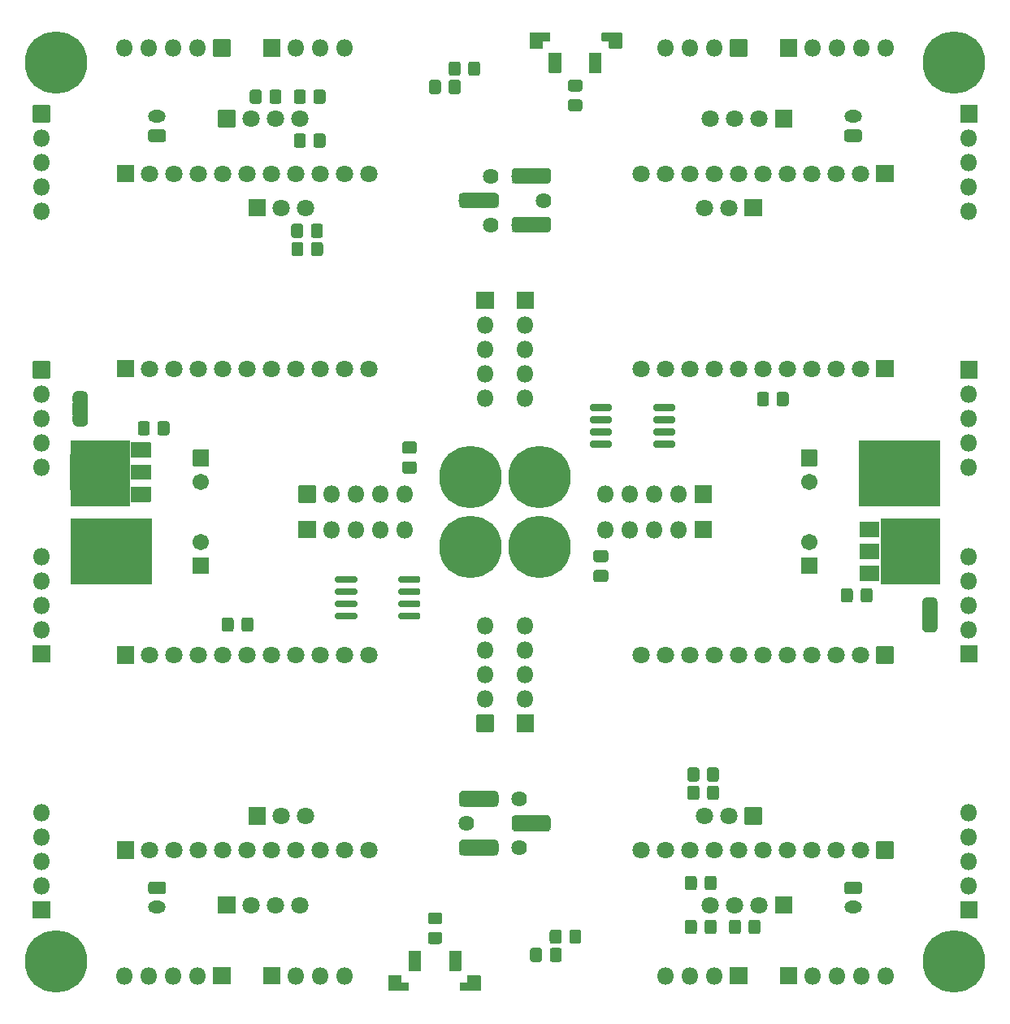
<source format=gts>
G04 #@! TF.GenerationSoftware,KiCad,Pcbnew,5.1.8-1.fc31*
G04 #@! TF.CreationDate,2021-07-02T10:36:43+02:00*
G04 #@! TF.ProjectId,LoRaWANV2.1_panelized,4c6f5261-5741-44e5-9632-2e315f70616e,rev?*
G04 #@! TF.SameCoordinates,Original*
G04 #@! TF.FileFunction,Soldermask,Top*
G04 #@! TF.FilePolarity,Negative*
%FSLAX46Y46*%
G04 Gerber Fmt 4.6, Leading zero omitted, Abs format (unit mm)*
G04 Created by KiCad (PCBNEW 5.1.8-1.fc31) date 2021-07-02 10:36:43*
%MOMM*%
%LPD*%
G01*
G04 APERTURE LIST*
%ADD10C,0.100000*%
%ADD11C,6.502000*%
%ADD12C,1.702000*%
%ADD13C,1.802000*%
%ADD14O,1.802000X1.802000*%
%ADD15C,1.626000*%
%ADD16O,1.852000X1.302000*%
G04 APERTURE END LIST*
D10*
G36*
X123825000Y-81026000D02*
G01*
X117729000Y-81026000D01*
X117729000Y-74295000D01*
X123825000Y-74295000D01*
X123825000Y-81026000D01*
G37*
X123825000Y-81026000D02*
X117729000Y-81026000D01*
X117729000Y-74295000D01*
X123825000Y-74295000D01*
X123825000Y-81026000D01*
G36*
X123825000Y-72898000D02*
G01*
X115443000Y-72898000D01*
X115443000Y-66167000D01*
X123825000Y-66167000D01*
X123825000Y-72898000D01*
G37*
X123825000Y-72898000D02*
X115443000Y-72898000D01*
X115443000Y-66167000D01*
X123825000Y-66167000D01*
X123825000Y-72898000D01*
G36*
X39370000Y-72898000D02*
G01*
X33274000Y-72898000D01*
X33274000Y-66167000D01*
X39370000Y-66167000D01*
X39370000Y-72898000D01*
G37*
X39370000Y-72898000D02*
X33274000Y-72898000D01*
X33274000Y-66167000D01*
X39370000Y-66167000D01*
X39370000Y-72898000D01*
G36*
X41656000Y-81026000D02*
G01*
X33274000Y-81026000D01*
X33274000Y-74295000D01*
X41656000Y-74295000D01*
X41656000Y-81026000D01*
G37*
X41656000Y-81026000D02*
X33274000Y-81026000D01*
X33274000Y-74295000D01*
X41656000Y-74295000D01*
X41656000Y-81026000D01*
G36*
X123825000Y-81026000D02*
G01*
X117729000Y-81026000D01*
X117729000Y-74295000D01*
X123825000Y-74295000D01*
X123825000Y-81026000D01*
G37*
X123825000Y-81026000D02*
X117729000Y-81026000D01*
X117729000Y-74295000D01*
X123825000Y-74295000D01*
X123825000Y-81026000D01*
G36*
X123825000Y-72898000D02*
G01*
X115443000Y-72898000D01*
X115443000Y-66167000D01*
X123825000Y-66167000D01*
X123825000Y-72898000D01*
G37*
X123825000Y-72898000D02*
X115443000Y-72898000D01*
X115443000Y-66167000D01*
X123825000Y-66167000D01*
X123825000Y-72898000D01*
G36*
X39370000Y-72898000D02*
G01*
X33274000Y-72898000D01*
X33274000Y-66167000D01*
X39370000Y-66167000D01*
X39370000Y-72898000D01*
G37*
X39370000Y-72898000D02*
X33274000Y-72898000D01*
X33274000Y-66167000D01*
X39370000Y-66167000D01*
X39370000Y-72898000D01*
G36*
X41656000Y-81026000D02*
G01*
X33274000Y-81026000D01*
X33274000Y-74295000D01*
X41656000Y-74295000D01*
X41656000Y-81026000D01*
G37*
X41656000Y-81026000D02*
X33274000Y-81026000D01*
X33274000Y-74295000D01*
X41656000Y-74295000D01*
X41656000Y-81026000D01*
D11*
G04 #@! TO.C,H2*
X74930000Y-77216000D03*
G04 #@! TD*
G04 #@! TO.C,C2*
G36*
G01*
X116831000Y-81817172D02*
X116831000Y-82774828D01*
G75*
G02*
X116558828Y-83047000I-272172J0D01*
G01*
X115851172Y-83047000D01*
G75*
G02*
X115579000Y-82774828I0J272172D01*
G01*
X115579000Y-81817172D01*
G75*
G02*
X115851172Y-81545000I272172J0D01*
G01*
X116558828Y-81545000D01*
G75*
G02*
X116831000Y-81817172I0J-272172D01*
G01*
G37*
G36*
G01*
X114781000Y-81817172D02*
X114781000Y-82774828D01*
G75*
G02*
X114508828Y-83047000I-272172J0D01*
G01*
X113801172Y-83047000D01*
G75*
G02*
X113529000Y-82774828I0J272172D01*
G01*
X113529000Y-81817172D01*
G75*
G02*
X113801172Y-81545000I272172J0D01*
G01*
X114508828Y-81545000D01*
G75*
G02*
X114781000Y-81817172I0J-272172D01*
G01*
G37*
G04 #@! TD*
G04 #@! TO.C,C3*
G36*
G01*
X111036000Y-80059000D02*
X109436000Y-80059000D01*
G75*
G02*
X109385000Y-80008000I0J51000D01*
G01*
X109385000Y-78408000D01*
G75*
G02*
X109436000Y-78357000I51000J0D01*
G01*
X111036000Y-78357000D01*
G75*
G02*
X111087000Y-78408000I0J-51000D01*
G01*
X111087000Y-80008000D01*
G75*
G02*
X111036000Y-80059000I-51000J0D01*
G01*
G37*
D12*
X110236000Y-76708000D03*
G04 #@! TD*
D11*
G04 #@! TO.C,H1*
X125349000Y-120396000D03*
G04 #@! TD*
G04 #@! TO.C,H2*
X82169000Y-77216000D03*
G04 #@! TD*
G04 #@! TO.C,IR2*
G36*
G01*
X105295000Y-104433000D02*
X105295000Y-106133000D01*
G75*
G02*
X105244000Y-106184000I-51000J0D01*
G01*
X103544000Y-106184000D01*
G75*
G02*
X103493000Y-106133000I0J51000D01*
G01*
X103493000Y-104433000D01*
G75*
G02*
X103544000Y-104382000I51000J0D01*
G01*
X105244000Y-104382000D01*
G75*
G02*
X105295000Y-104433000I0J-51000D01*
G01*
G37*
D13*
X101854000Y-105283000D03*
X99314000Y-105283000D03*
G04 #@! TD*
G04 #@! TO.C,J5*
G36*
G01*
X98337000Y-74537000D02*
X100037000Y-74537000D01*
G75*
G02*
X100088000Y-74588000I0J-51000D01*
G01*
X100088000Y-76288000D01*
G75*
G02*
X100037000Y-76339000I-51000J0D01*
G01*
X98337000Y-76339000D01*
G75*
G02*
X98286000Y-76288000I0J51000D01*
G01*
X98286000Y-74588000D01*
G75*
G02*
X98337000Y-74537000I51000J0D01*
G01*
G37*
D14*
X96647000Y-75438000D03*
X94107000Y-75438000D03*
X91567000Y-75438000D03*
X89027000Y-75438000D03*
G04 #@! TD*
D10*
G04 #@! TO.C,JP1*
G36*
X123609020Y-83587950D02*
G01*
X123606118Y-83597517D01*
X123601405Y-83606334D01*
X123595062Y-83614062D01*
X123587334Y-83620405D01*
X123578517Y-83625118D01*
X123568950Y-83628020D01*
X123559000Y-83629000D01*
X122059000Y-83629000D01*
X122049050Y-83628020D01*
X122039483Y-83625118D01*
X122030666Y-83620405D01*
X122022938Y-83614062D01*
X122016595Y-83606334D01*
X122011882Y-83597517D01*
X122008980Y-83587950D01*
X122008000Y-83578000D01*
X122008000Y-83028000D01*
X122008602Y-83021888D01*
X122008602Y-83003466D01*
X122008848Y-82998467D01*
X122013658Y-82949636D01*
X122014392Y-82944686D01*
X122023964Y-82896561D01*
X122025180Y-82891705D01*
X122039424Y-82844750D01*
X122041110Y-82840039D01*
X122059887Y-82794706D01*
X122062027Y-82790180D01*
X122085158Y-82746907D01*
X122087731Y-82742616D01*
X122114991Y-82701817D01*
X122117973Y-82697796D01*
X122149101Y-82659867D01*
X122152462Y-82656159D01*
X122187159Y-82621462D01*
X122190867Y-82618101D01*
X122228796Y-82586973D01*
X122232817Y-82583991D01*
X122273616Y-82556731D01*
X122277907Y-82554158D01*
X122321180Y-82531027D01*
X122325706Y-82528887D01*
X122371039Y-82510110D01*
X122375750Y-82508424D01*
X122422705Y-82494180D01*
X122427561Y-82492964D01*
X122475686Y-82483392D01*
X122480636Y-82482658D01*
X122529467Y-82477848D01*
X122534466Y-82477602D01*
X122552888Y-82477602D01*
X122559000Y-82477000D01*
X123059000Y-82477000D01*
X123065112Y-82477602D01*
X123083534Y-82477602D01*
X123088533Y-82477848D01*
X123137364Y-82482658D01*
X123142314Y-82483392D01*
X123190439Y-82492964D01*
X123195295Y-82494180D01*
X123242250Y-82508424D01*
X123246961Y-82510110D01*
X123292294Y-82528887D01*
X123296820Y-82531027D01*
X123340093Y-82554158D01*
X123344384Y-82556731D01*
X123385183Y-82583991D01*
X123389204Y-82586973D01*
X123427133Y-82618101D01*
X123430841Y-82621462D01*
X123465538Y-82656159D01*
X123468899Y-82659867D01*
X123500027Y-82697796D01*
X123503009Y-82701817D01*
X123530269Y-82742616D01*
X123532842Y-82746907D01*
X123555973Y-82790180D01*
X123558113Y-82794706D01*
X123576890Y-82840039D01*
X123578576Y-82844750D01*
X123592820Y-82891705D01*
X123594036Y-82896561D01*
X123603608Y-82944686D01*
X123604342Y-82949636D01*
X123609152Y-82998467D01*
X123609398Y-83003466D01*
X123609398Y-83021888D01*
X123610000Y-83028000D01*
X123610000Y-83578000D01*
X123609020Y-83587950D01*
G37*
G36*
X123609398Y-85634112D02*
G01*
X123609398Y-85652534D01*
X123609152Y-85657533D01*
X123604342Y-85706364D01*
X123603608Y-85711314D01*
X123594036Y-85759439D01*
X123592820Y-85764295D01*
X123578576Y-85811250D01*
X123576890Y-85815961D01*
X123558113Y-85861294D01*
X123555973Y-85865820D01*
X123532842Y-85909093D01*
X123530269Y-85913384D01*
X123503009Y-85954183D01*
X123500027Y-85958204D01*
X123468899Y-85996133D01*
X123465538Y-85999841D01*
X123430841Y-86034538D01*
X123427133Y-86037899D01*
X123389204Y-86069027D01*
X123385183Y-86072009D01*
X123344384Y-86099269D01*
X123340093Y-86101842D01*
X123296820Y-86124973D01*
X123292294Y-86127113D01*
X123246961Y-86145890D01*
X123242250Y-86147576D01*
X123195295Y-86161820D01*
X123190439Y-86163036D01*
X123142314Y-86172608D01*
X123137364Y-86173342D01*
X123088533Y-86178152D01*
X123083534Y-86178398D01*
X123065112Y-86178398D01*
X123059000Y-86179000D01*
X122559000Y-86179000D01*
X122552888Y-86178398D01*
X122534466Y-86178398D01*
X122529467Y-86178152D01*
X122480636Y-86173342D01*
X122475686Y-86172608D01*
X122427561Y-86163036D01*
X122422705Y-86161820D01*
X122375750Y-86147576D01*
X122371039Y-86145890D01*
X122325706Y-86127113D01*
X122321180Y-86124973D01*
X122277907Y-86101842D01*
X122273616Y-86099269D01*
X122232817Y-86072009D01*
X122228796Y-86069027D01*
X122190867Y-86037899D01*
X122187159Y-86034538D01*
X122152462Y-85999841D01*
X122149101Y-85996133D01*
X122117973Y-85958204D01*
X122114991Y-85954183D01*
X122087731Y-85913384D01*
X122085158Y-85909093D01*
X122062027Y-85865820D01*
X122059887Y-85861294D01*
X122041110Y-85815961D01*
X122039424Y-85811250D01*
X122025180Y-85764295D01*
X122023964Y-85759439D01*
X122014392Y-85711314D01*
X122013658Y-85706364D01*
X122008848Y-85657533D01*
X122008602Y-85652534D01*
X122008602Y-85634112D01*
X122008000Y-85628000D01*
X122008000Y-85078000D01*
X122008980Y-85068050D01*
X122011882Y-85058483D01*
X122016595Y-85049666D01*
X122022938Y-85041938D01*
X122030666Y-85035595D01*
X122039483Y-85030882D01*
X122049050Y-85027980D01*
X122059000Y-85027000D01*
X123559000Y-85027000D01*
X123568950Y-85027980D01*
X123578517Y-85030882D01*
X123587334Y-85035595D01*
X123595062Y-85041938D01*
X123601405Y-85049666D01*
X123606118Y-85058483D01*
X123609020Y-85068050D01*
X123610000Y-85078000D01*
X123610000Y-85628000D01*
X123609398Y-85634112D01*
G37*
G36*
G01*
X122059000Y-83777000D02*
X123559000Y-83777000D01*
G75*
G02*
X123610000Y-83828000I0J-51000D01*
G01*
X123610000Y-84828000D01*
G75*
G02*
X123559000Y-84879000I-51000J0D01*
G01*
X122059000Y-84879000D01*
G75*
G02*
X122008000Y-84828000I0J51000D01*
G01*
X122008000Y-83828000D01*
G75*
G02*
X122059000Y-83777000I51000J0D01*
G01*
G37*
G04 #@! TD*
G04 #@! TO.C,R1*
G36*
G01*
X81144000Y-120239828D02*
X81144000Y-119282172D01*
G75*
G02*
X81416172Y-119010000I272172J0D01*
G01*
X82123828Y-119010000D01*
G75*
G02*
X82396000Y-119282172I0J-272172D01*
G01*
X82396000Y-120239828D01*
G75*
G02*
X82123828Y-120512000I-272172J0D01*
G01*
X81416172Y-120512000D01*
G75*
G02*
X81144000Y-120239828I0J272172D01*
G01*
G37*
G36*
G01*
X83194000Y-120239828D02*
X83194000Y-119282172D01*
G75*
G02*
X83466172Y-119010000I272172J0D01*
G01*
X84173828Y-119010000D01*
G75*
G02*
X84446000Y-119282172I0J-272172D01*
G01*
X84446000Y-120239828D01*
G75*
G02*
X84173828Y-120512000I-272172J0D01*
G01*
X83466172Y-120512000D01*
G75*
G02*
X83194000Y-120239828I0J272172D01*
G01*
G37*
G04 #@! TD*
G04 #@! TO.C,R2*
G36*
G01*
X83185000Y-118334828D02*
X83185000Y-117377172D01*
G75*
G02*
X83457172Y-117105000I272172J0D01*
G01*
X84164828Y-117105000D01*
G75*
G02*
X84437000Y-117377172I0J-272172D01*
G01*
X84437000Y-118334828D01*
G75*
G02*
X84164828Y-118607000I-272172J0D01*
G01*
X83457172Y-118607000D01*
G75*
G02*
X83185000Y-118334828I0J272172D01*
G01*
G37*
G36*
G01*
X85235000Y-118334828D02*
X85235000Y-117377172D01*
G75*
G02*
X85507172Y-117105000I272172J0D01*
G01*
X86214828Y-117105000D01*
G75*
G02*
X86487000Y-117377172I0J-272172D01*
G01*
X86487000Y-118334828D01*
G75*
G02*
X86214828Y-118607000I-272172J0D01*
G01*
X85507172Y-118607000D01*
G75*
G02*
X85235000Y-118334828I0J272172D01*
G01*
G37*
G04 #@! TD*
G04 #@! TO.C,R3*
G36*
G01*
X101863000Y-117318828D02*
X101863000Y-116361172D01*
G75*
G02*
X102135172Y-116089000I272172J0D01*
G01*
X102842828Y-116089000D01*
G75*
G02*
X103115000Y-116361172I0J-272172D01*
G01*
X103115000Y-117318828D01*
G75*
G02*
X102842828Y-117591000I-272172J0D01*
G01*
X102135172Y-117591000D01*
G75*
G02*
X101863000Y-117318828I0J272172D01*
G01*
G37*
G36*
G01*
X103913000Y-117318828D02*
X103913000Y-116361172D01*
G75*
G02*
X104185172Y-116089000I272172J0D01*
G01*
X104892828Y-116089000D01*
G75*
G02*
X105165000Y-116361172I0J-272172D01*
G01*
X105165000Y-117318828D01*
G75*
G02*
X104892828Y-117591000I-272172J0D01*
G01*
X104185172Y-117591000D01*
G75*
G02*
X103913000Y-117318828I0J272172D01*
G01*
G37*
G04 #@! TD*
G04 #@! TO.C,R4*
G36*
G01*
X100575000Y-116361172D02*
X100575000Y-117318828D01*
G75*
G02*
X100302828Y-117591000I-272172J0D01*
G01*
X99595172Y-117591000D01*
G75*
G02*
X99323000Y-117318828I0J272172D01*
G01*
X99323000Y-116361172D01*
G75*
G02*
X99595172Y-116089000I272172J0D01*
G01*
X100302828Y-116089000D01*
G75*
G02*
X100575000Y-116361172I0J-272172D01*
G01*
G37*
G36*
G01*
X98525000Y-116361172D02*
X98525000Y-117318828D01*
G75*
G02*
X98252828Y-117591000I-272172J0D01*
G01*
X97545172Y-117591000D01*
G75*
G02*
X97273000Y-117318828I0J272172D01*
G01*
X97273000Y-116361172D01*
G75*
G02*
X97545172Y-116089000I272172J0D01*
G01*
X98252828Y-116089000D01*
G75*
G02*
X98525000Y-116361172I0J-272172D01*
G01*
G37*
G04 #@! TD*
G04 #@! TO.C,R6*
G36*
G01*
X100575000Y-111789172D02*
X100575000Y-112746828D01*
G75*
G02*
X100302828Y-113019000I-272172J0D01*
G01*
X99595172Y-113019000D01*
G75*
G02*
X99323000Y-112746828I0J272172D01*
G01*
X99323000Y-111789172D01*
G75*
G02*
X99595172Y-111517000I272172J0D01*
G01*
X100302828Y-111517000D01*
G75*
G02*
X100575000Y-111789172I0J-272172D01*
G01*
G37*
G36*
G01*
X98525000Y-111789172D02*
X98525000Y-112746828D01*
G75*
G02*
X98252828Y-113019000I-272172J0D01*
G01*
X97545172Y-113019000D01*
G75*
G02*
X97273000Y-112746828I0J272172D01*
G01*
X97273000Y-111789172D01*
G75*
G02*
X97545172Y-111517000I272172J0D01*
G01*
X98252828Y-111517000D01*
G75*
G02*
X98525000Y-111789172I0J-272172D01*
G01*
G37*
G04 #@! TD*
G04 #@! TO.C,J6*
G36*
G01*
X127774000Y-87542000D02*
X127774000Y-89242000D01*
G75*
G02*
X127723000Y-89293000I-51000J0D01*
G01*
X126023000Y-89293000D01*
G75*
G02*
X125972000Y-89242000I0J51000D01*
G01*
X125972000Y-87542000D01*
G75*
G02*
X126023000Y-87491000I51000J0D01*
G01*
X127723000Y-87491000D01*
G75*
G02*
X127774000Y-87542000I0J-51000D01*
G01*
G37*
D14*
X126873000Y-85852000D03*
X126873000Y-83312000D03*
X126873000Y-80772000D03*
X126873000Y-78232000D03*
G04 #@! TD*
G04 #@! TO.C,J7*
G36*
G01*
X81546000Y-94781000D02*
X81546000Y-96481000D01*
G75*
G02*
X81495000Y-96532000I-51000J0D01*
G01*
X79795000Y-96532000D01*
G75*
G02*
X79744000Y-96481000I0J51000D01*
G01*
X79744000Y-94781000D01*
G75*
G02*
X79795000Y-94730000I51000J0D01*
G01*
X81495000Y-94730000D01*
G75*
G02*
X81546000Y-94781000I0J-51000D01*
G01*
G37*
X80645000Y-93091000D03*
X80645000Y-90551000D03*
X80645000Y-88011000D03*
X80645000Y-85471000D03*
G04 #@! TD*
G04 #@! TO.C,R7*
G36*
G01*
X97527000Y-101443828D02*
X97527000Y-100486172D01*
G75*
G02*
X97799172Y-100214000I272172J0D01*
G01*
X98506828Y-100214000D01*
G75*
G02*
X98779000Y-100486172I0J-272172D01*
G01*
X98779000Y-101443828D01*
G75*
G02*
X98506828Y-101716000I-272172J0D01*
G01*
X97799172Y-101716000D01*
G75*
G02*
X97527000Y-101443828I0J272172D01*
G01*
G37*
G36*
G01*
X99577000Y-101443828D02*
X99577000Y-100486172D01*
G75*
G02*
X99849172Y-100214000I272172J0D01*
G01*
X100556828Y-100214000D01*
G75*
G02*
X100829000Y-100486172I0J-272172D01*
G01*
X100829000Y-101443828D01*
G75*
G02*
X100556828Y-101716000I-272172J0D01*
G01*
X99849172Y-101716000D01*
G75*
G02*
X99577000Y-101443828I0J272172D01*
G01*
G37*
G04 #@! TD*
G04 #@! TO.C,R8*
G36*
G01*
X97536000Y-103348828D02*
X97536000Y-102391172D01*
G75*
G02*
X97808172Y-102119000I272172J0D01*
G01*
X98515828Y-102119000D01*
G75*
G02*
X98788000Y-102391172I0J-272172D01*
G01*
X98788000Y-103348828D01*
G75*
G02*
X98515828Y-103621000I-272172J0D01*
G01*
X97808172Y-103621000D01*
G75*
G02*
X97536000Y-103348828I0J272172D01*
G01*
G37*
G36*
G01*
X99586000Y-103348828D02*
X99586000Y-102391172D01*
G75*
G02*
X99858172Y-102119000I272172J0D01*
G01*
X100565828Y-102119000D01*
G75*
G02*
X100838000Y-102391172I0J-272172D01*
G01*
X100838000Y-103348828D01*
G75*
G02*
X100565828Y-103621000I-272172J0D01*
G01*
X99858172Y-103621000D01*
G75*
G02*
X99586000Y-103348828I0J272172D01*
G01*
G37*
G04 #@! TD*
D13*
G04 #@! TO.C,U4*
X92710000Y-88519000D03*
X95250000Y-88519000D03*
X97790000Y-88519000D03*
X100330000Y-88519000D03*
X102870000Y-88519000D03*
X105410000Y-88519000D03*
X107950000Y-88519000D03*
X110490000Y-88519000D03*
X113030000Y-88519000D03*
X115570000Y-88519000D03*
G36*
G01*
X118960000Y-89420000D02*
X117260000Y-89420000D01*
G75*
G02*
X117209000Y-89369000I0J51000D01*
G01*
X117209000Y-87669000D01*
G75*
G02*
X117260000Y-87618000I51000J0D01*
G01*
X118960000Y-87618000D01*
G75*
G02*
X119011000Y-87669000I0J-51000D01*
G01*
X119011000Y-89369000D01*
G75*
G02*
X118960000Y-89420000I-51000J0D01*
G01*
G37*
G36*
G01*
X118960000Y-109740000D02*
X117260000Y-109740000D01*
G75*
G02*
X117209000Y-109689000I0J51000D01*
G01*
X117209000Y-107989000D01*
G75*
G02*
X117260000Y-107938000I51000J0D01*
G01*
X118960000Y-107938000D01*
G75*
G02*
X119011000Y-107989000I0J-51000D01*
G01*
X119011000Y-109689000D01*
G75*
G02*
X118960000Y-109740000I-51000J0D01*
G01*
G37*
X113030000Y-108839000D03*
X115570000Y-108839000D03*
X110490000Y-108839000D03*
X107950000Y-108839000D03*
X102870000Y-108839000D03*
X105410000Y-108839000D03*
X100330000Y-108839000D03*
X97790000Y-108839000D03*
X95250000Y-108839000D03*
X92710000Y-108839000D03*
G04 #@! TD*
G04 #@! TO.C,U3*
G36*
G01*
X121758000Y-79624000D02*
X121758000Y-75824000D01*
G75*
G02*
X121809000Y-75773000I51000J0D01*
G01*
X123809000Y-75773000D01*
G75*
G02*
X123860000Y-75824000I0J-51000D01*
G01*
X123860000Y-79624000D01*
G75*
G02*
X123809000Y-79675000I-51000J0D01*
G01*
X121809000Y-79675000D01*
G75*
G02*
X121758000Y-79624000I0J51000D01*
G01*
G37*
G36*
G01*
X115458000Y-78474000D02*
X115458000Y-76974000D01*
G75*
G02*
X115509000Y-76923000I51000J0D01*
G01*
X117509000Y-76923000D01*
G75*
G02*
X117560000Y-76974000I0J-51000D01*
G01*
X117560000Y-78474000D01*
G75*
G02*
X117509000Y-78525000I-51000J0D01*
G01*
X115509000Y-78525000D01*
G75*
G02*
X115458000Y-78474000I0J51000D01*
G01*
G37*
G36*
G01*
X115458000Y-80774000D02*
X115458000Y-79274000D01*
G75*
G02*
X115509000Y-79223000I51000J0D01*
G01*
X117509000Y-79223000D01*
G75*
G02*
X117560000Y-79274000I0J-51000D01*
G01*
X117560000Y-80774000D01*
G75*
G02*
X117509000Y-80825000I-51000J0D01*
G01*
X115509000Y-80825000D01*
G75*
G02*
X115458000Y-80774000I0J51000D01*
G01*
G37*
G36*
G01*
X115458000Y-76174000D02*
X115458000Y-74674000D01*
G75*
G02*
X115509000Y-74623000I51000J0D01*
G01*
X117509000Y-74623000D01*
G75*
G02*
X117560000Y-74674000I0J-51000D01*
G01*
X117560000Y-76174000D01*
G75*
G02*
X117509000Y-76225000I-51000J0D01*
G01*
X115509000Y-76225000D01*
G75*
G02*
X115458000Y-76174000I0J51000D01*
G01*
G37*
G04 #@! TD*
G04 #@! TO.C,J4*
G36*
G01*
X102020000Y-121019000D02*
X103720000Y-121019000D01*
G75*
G02*
X103771000Y-121070000I0J-51000D01*
G01*
X103771000Y-122770000D01*
G75*
G02*
X103720000Y-122821000I-51000J0D01*
G01*
X102020000Y-122821000D01*
G75*
G02*
X101969000Y-122770000I0J51000D01*
G01*
X101969000Y-121070000D01*
G75*
G02*
X102020000Y-121019000I51000J0D01*
G01*
G37*
D14*
X100330000Y-121920000D03*
X97790000Y-121920000D03*
X95250000Y-121920000D03*
G04 #@! TD*
D15*
G04 #@! TO.C,IR1*
X80010000Y-108585000D03*
X82550000Y-106045000D03*
X80010000Y-103505000D03*
G36*
G01*
X79635500Y-105232000D02*
X82924500Y-105232000D01*
G75*
G02*
X83331000Y-105638500I0J-406500D01*
G01*
X83331000Y-106451500D01*
G75*
G02*
X82924500Y-106858000I-406500J0D01*
G01*
X79635500Y-106858000D01*
G75*
G02*
X79229000Y-106451500I0J406500D01*
G01*
X79229000Y-105638500D01*
G75*
G02*
X79635500Y-105232000I406500J0D01*
G01*
G37*
G04 #@! TD*
G04 #@! TO.C,C4*
G36*
G01*
X88014702Y-77572000D02*
X89023298Y-77572000D01*
G75*
G02*
X89295000Y-77843702I0J-271702D01*
G01*
X89295000Y-78577298D01*
G75*
G02*
X89023298Y-78849000I-271702J0D01*
G01*
X88014702Y-78849000D01*
G75*
G02*
X87743000Y-78577298I0J271702D01*
G01*
X87743000Y-77843702D01*
G75*
G02*
X88014702Y-77572000I271702J0D01*
G01*
G37*
G36*
G01*
X88014702Y-79647000D02*
X89023298Y-79647000D01*
G75*
G02*
X89295000Y-79918702I0J-271702D01*
G01*
X89295000Y-80652298D01*
G75*
G02*
X89023298Y-80924000I-271702J0D01*
G01*
X88014702Y-80924000D01*
G75*
G02*
X87743000Y-80652298I0J271702D01*
G01*
X87743000Y-79918702D01*
G75*
G02*
X88014702Y-79647000I271702J0D01*
G01*
G37*
G04 #@! TD*
G04 #@! TO.C,J3*
G36*
G01*
X127774000Y-114212000D02*
X127774000Y-115912000D01*
G75*
G02*
X127723000Y-115963000I-51000J0D01*
G01*
X126023000Y-115963000D01*
G75*
G02*
X125972000Y-115912000I0J51000D01*
G01*
X125972000Y-114212000D01*
G75*
G02*
X126023000Y-114161000I51000J0D01*
G01*
X127723000Y-114161000D01*
G75*
G02*
X127774000Y-114212000I0J-51000D01*
G01*
G37*
D14*
X126873000Y-112522000D03*
X126873000Y-109982000D03*
X126873000Y-107442000D03*
X126873000Y-104902000D03*
G04 #@! TD*
G04 #@! TO.C,J2*
G36*
G01*
X114153248Y-112125000D02*
X115462752Y-112125000D01*
G75*
G02*
X115734000Y-112396248I0J-271248D01*
G01*
X115734000Y-113155752D01*
G75*
G02*
X115462752Y-113427000I-271248J0D01*
G01*
X114153248Y-113427000D01*
G75*
G02*
X113882000Y-113155752I0J271248D01*
G01*
X113882000Y-112396248D01*
G75*
G02*
X114153248Y-112125000I271248J0D01*
G01*
G37*
D16*
X114808000Y-114776000D03*
G04 #@! TD*
G04 #@! TO.C,J1*
G36*
G01*
X108927000Y-122821000D02*
X107227000Y-122821000D01*
G75*
G02*
X107176000Y-122770000I0J51000D01*
G01*
X107176000Y-121070000D01*
G75*
G02*
X107227000Y-121019000I51000J0D01*
G01*
X108927000Y-121019000D01*
G75*
G02*
X108978000Y-121070000I0J-51000D01*
G01*
X108978000Y-122770000D01*
G75*
G02*
X108927000Y-122821000I-51000J0D01*
G01*
G37*
D14*
X110617000Y-121920000D03*
X113157000Y-121920000D03*
X115697000Y-121920000D03*
X118237000Y-121920000D03*
G04 #@! TD*
G04 #@! TO.C,U1*
G36*
G01*
X108470000Y-113704000D02*
X108470000Y-115404000D01*
G75*
G02*
X108419000Y-115455000I-51000J0D01*
G01*
X106719000Y-115455000D01*
G75*
G02*
X106668000Y-115404000I0J51000D01*
G01*
X106668000Y-113704000D01*
G75*
G02*
X106719000Y-113653000I51000J0D01*
G01*
X108419000Y-113653000D01*
G75*
G02*
X108470000Y-113704000I0J-51000D01*
G01*
G37*
D13*
X105029000Y-114554000D03*
X102489000Y-114554000D03*
X99949000Y-114554000D03*
G04 #@! TD*
G04 #@! TO.C,U1*
G36*
G01*
X108470000Y-31789000D02*
X108470000Y-33489000D01*
G75*
G02*
X108419000Y-33540000I-51000J0D01*
G01*
X106719000Y-33540000D01*
G75*
G02*
X106668000Y-33489000I0J51000D01*
G01*
X106668000Y-31789000D01*
G75*
G02*
X106719000Y-31738000I51000J0D01*
G01*
X108419000Y-31738000D01*
G75*
G02*
X108470000Y-31789000I0J-51000D01*
G01*
G37*
X105029000Y-32639000D03*
X102489000Y-32639000D03*
X99949000Y-32639000D03*
G04 #@! TD*
G04 #@! TO.C,J5*
G36*
G01*
X100037000Y-72656000D02*
X98337000Y-72656000D01*
G75*
G02*
X98286000Y-72605000I0J51000D01*
G01*
X98286000Y-70905000D01*
G75*
G02*
X98337000Y-70854000I51000J0D01*
G01*
X100037000Y-70854000D01*
G75*
G02*
X100088000Y-70905000I0J-51000D01*
G01*
X100088000Y-72605000D01*
G75*
G02*
X100037000Y-72656000I-51000J0D01*
G01*
G37*
D14*
X96647000Y-71755000D03*
X94107000Y-71755000D03*
X91567000Y-71755000D03*
X89027000Y-71755000D03*
G04 #@! TD*
D15*
G04 #@! TO.C,IR1*
X80010000Y-38608000D03*
X82550000Y-41148000D03*
X80010000Y-43688000D03*
G36*
G01*
X82924500Y-44501000D02*
X79635500Y-44501000D01*
G75*
G02*
X79229000Y-44094500I0J406500D01*
G01*
X79229000Y-43281500D01*
G75*
G02*
X79635500Y-42875000I406500J0D01*
G01*
X82924500Y-42875000D01*
G75*
G02*
X83331000Y-43281500I0J-406500D01*
G01*
X83331000Y-44094500D01*
G75*
G02*
X82924500Y-44501000I-406500J0D01*
G01*
G37*
G36*
G01*
X82924500Y-39421000D02*
X79635500Y-39421000D01*
G75*
G02*
X79229000Y-39014500I0J406500D01*
G01*
X79229000Y-38201500D01*
G75*
G02*
X79635500Y-37795000I406500J0D01*
G01*
X82924500Y-37795000D01*
G75*
G02*
X83331000Y-38201500I0J-406500D01*
G01*
X83331000Y-39014500D01*
G75*
G02*
X82924500Y-39421000I-406500J0D01*
G01*
G37*
G04 #@! TD*
G04 #@! TO.C,R5*
G36*
G01*
X108086000Y-61370172D02*
X108086000Y-62327828D01*
G75*
G02*
X107813828Y-62600000I-272172J0D01*
G01*
X107106172Y-62600000D01*
G75*
G02*
X106834000Y-62327828I0J272172D01*
G01*
X106834000Y-61370172D01*
G75*
G02*
X107106172Y-61098000I272172J0D01*
G01*
X107813828Y-61098000D01*
G75*
G02*
X108086000Y-61370172I0J-272172D01*
G01*
G37*
G36*
G01*
X106036000Y-61370172D02*
X106036000Y-62327828D01*
G75*
G02*
X105763828Y-62600000I-272172J0D01*
G01*
X105056172Y-62600000D01*
G75*
G02*
X104784000Y-62327828I0J272172D01*
G01*
X104784000Y-61370172D01*
G75*
G02*
X105056172Y-61098000I272172J0D01*
G01*
X105763828Y-61098000D01*
G75*
G02*
X106036000Y-61370172I0J-272172D01*
G01*
G37*
G04 #@! TD*
G04 #@! TO.C,C1*
G36*
G01*
X85373172Y-28566000D02*
X86330828Y-28566000D01*
G75*
G02*
X86603000Y-28838172I0J-272172D01*
G01*
X86603000Y-29545828D01*
G75*
G02*
X86330828Y-29818000I-272172J0D01*
G01*
X85373172Y-29818000D01*
G75*
G02*
X85101000Y-29545828I0J272172D01*
G01*
X85101000Y-28838172D01*
G75*
G02*
X85373172Y-28566000I272172J0D01*
G01*
G37*
G36*
G01*
X85373172Y-30616000D02*
X86330828Y-30616000D01*
G75*
G02*
X86603000Y-30888172I0J-272172D01*
G01*
X86603000Y-31595828D01*
G75*
G02*
X86330828Y-31868000I-272172J0D01*
G01*
X85373172Y-31868000D01*
G75*
G02*
X85101000Y-31595828I0J272172D01*
G01*
X85101000Y-30888172D01*
G75*
G02*
X85373172Y-30616000I272172J0D01*
G01*
G37*
G04 #@! TD*
G04 #@! TO.C,J2*
G36*
G01*
X115462752Y-35068000D02*
X114153248Y-35068000D01*
G75*
G02*
X113882000Y-34796752I0J271248D01*
G01*
X113882000Y-34037248D01*
G75*
G02*
X114153248Y-33766000I271248J0D01*
G01*
X115462752Y-33766000D01*
G75*
G02*
X115734000Y-34037248I0J-271248D01*
G01*
X115734000Y-34796752D01*
G75*
G02*
X115462752Y-35068000I-271248J0D01*
G01*
G37*
D16*
X114808000Y-32417000D03*
G04 #@! TD*
G04 #@! TO.C,J6*
G36*
G01*
X127774000Y-57951000D02*
X127774000Y-59651000D01*
G75*
G02*
X127723000Y-59702000I-51000J0D01*
G01*
X126023000Y-59702000D01*
G75*
G02*
X125972000Y-59651000I0J51000D01*
G01*
X125972000Y-57951000D01*
G75*
G02*
X126023000Y-57900000I51000J0D01*
G01*
X127723000Y-57900000D01*
G75*
G02*
X127774000Y-57951000I0J-51000D01*
G01*
G37*
D14*
X126873000Y-61341000D03*
X126873000Y-63881000D03*
X126873000Y-66421000D03*
X126873000Y-68961000D03*
G04 #@! TD*
G04 #@! TO.C,U2*
G36*
G01*
X96270000Y-66372500D02*
X96270000Y-66723500D01*
G75*
G02*
X96094500Y-66899000I-175500J0D01*
G01*
X94143500Y-66899000D01*
G75*
G02*
X93968000Y-66723500I0J175500D01*
G01*
X93968000Y-66372500D01*
G75*
G02*
X94143500Y-66197000I175500J0D01*
G01*
X96094500Y-66197000D01*
G75*
G02*
X96270000Y-66372500I0J-175500D01*
G01*
G37*
G36*
G01*
X96270000Y-65102500D02*
X96270000Y-65453500D01*
G75*
G02*
X96094500Y-65629000I-175500J0D01*
G01*
X94143500Y-65629000D01*
G75*
G02*
X93968000Y-65453500I0J175500D01*
G01*
X93968000Y-65102500D01*
G75*
G02*
X94143500Y-64927000I175500J0D01*
G01*
X96094500Y-64927000D01*
G75*
G02*
X96270000Y-65102500I0J-175500D01*
G01*
G37*
G36*
G01*
X96270000Y-63832500D02*
X96270000Y-64183500D01*
G75*
G02*
X96094500Y-64359000I-175500J0D01*
G01*
X94143500Y-64359000D01*
G75*
G02*
X93968000Y-64183500I0J175500D01*
G01*
X93968000Y-63832500D01*
G75*
G02*
X94143500Y-63657000I175500J0D01*
G01*
X96094500Y-63657000D01*
G75*
G02*
X96270000Y-63832500I0J-175500D01*
G01*
G37*
G36*
G01*
X96270000Y-62562500D02*
X96270000Y-62913500D01*
G75*
G02*
X96094500Y-63089000I-175500J0D01*
G01*
X94143500Y-63089000D01*
G75*
G02*
X93968000Y-62913500I0J175500D01*
G01*
X93968000Y-62562500D01*
G75*
G02*
X94143500Y-62387000I175500J0D01*
G01*
X96094500Y-62387000D01*
G75*
G02*
X96270000Y-62562500I0J-175500D01*
G01*
G37*
G36*
G01*
X89670000Y-62562500D02*
X89670000Y-62913500D01*
G75*
G02*
X89494500Y-63089000I-175500J0D01*
G01*
X87543500Y-63089000D01*
G75*
G02*
X87368000Y-62913500I0J175500D01*
G01*
X87368000Y-62562500D01*
G75*
G02*
X87543500Y-62387000I175500J0D01*
G01*
X89494500Y-62387000D01*
G75*
G02*
X89670000Y-62562500I0J-175500D01*
G01*
G37*
G36*
G01*
X89670000Y-63832500D02*
X89670000Y-64183500D01*
G75*
G02*
X89494500Y-64359000I-175500J0D01*
G01*
X87543500Y-64359000D01*
G75*
G02*
X87368000Y-64183500I0J175500D01*
G01*
X87368000Y-63832500D01*
G75*
G02*
X87543500Y-63657000I175500J0D01*
G01*
X89494500Y-63657000D01*
G75*
G02*
X89670000Y-63832500I0J-175500D01*
G01*
G37*
G36*
G01*
X89670000Y-65102500D02*
X89670000Y-65453500D01*
G75*
G02*
X89494500Y-65629000I-175500J0D01*
G01*
X87543500Y-65629000D01*
G75*
G02*
X87368000Y-65453500I0J175500D01*
G01*
X87368000Y-65102500D01*
G75*
G02*
X87543500Y-64927000I175500J0D01*
G01*
X89494500Y-64927000D01*
G75*
G02*
X89670000Y-65102500I0J-175500D01*
G01*
G37*
G36*
G01*
X89670000Y-66372500D02*
X89670000Y-66723500D01*
G75*
G02*
X89494500Y-66899000I-175500J0D01*
G01*
X87543500Y-66899000D01*
G75*
G02*
X87368000Y-66723500I0J175500D01*
G01*
X87368000Y-66372500D01*
G75*
G02*
X87543500Y-66197000I175500J0D01*
G01*
X89494500Y-66197000D01*
G75*
G02*
X89670000Y-66372500I0J-175500D01*
G01*
G37*
G04 #@! TD*
G04 #@! TO.C,SW1*
G36*
G01*
X87301000Y-27816001D02*
X87301000Y-25815999D01*
G75*
G02*
X87351999Y-25765000I50999J0D01*
G01*
X88552001Y-25765000D01*
G75*
G02*
X88603000Y-25815999I0J-50999D01*
G01*
X88603000Y-27816001D01*
G75*
G02*
X88552001Y-27867000I-50999J0D01*
G01*
X87351999Y-27867000D01*
G75*
G02*
X87301000Y-27816001I0J50999D01*
G01*
G37*
G36*
G01*
X83101000Y-27816001D02*
X83101000Y-25815999D01*
G75*
G02*
X83151999Y-25765000I50999J0D01*
G01*
X84352001Y-25765000D01*
G75*
G02*
X84403000Y-25815999I0J-50999D01*
G01*
X84403000Y-27816001D01*
G75*
G02*
X84352001Y-27867000I-50999J0D01*
G01*
X83151999Y-27867000D01*
G75*
G02*
X83101000Y-27816001I0J50999D01*
G01*
G37*
G36*
G01*
X89357000Y-25273000D02*
X89357000Y-23749000D01*
G75*
G02*
X89408000Y-23698000I51000J0D01*
G01*
X90678000Y-23698000D01*
G75*
G02*
X90729000Y-23749000I0J-51000D01*
G01*
X90729000Y-25273000D01*
G75*
G02*
X90678000Y-25324000I-51000J0D01*
G01*
X89408000Y-25324000D01*
G75*
G02*
X89357000Y-25273000I0J51000D01*
G01*
G37*
G36*
G01*
X88611000Y-24530000D02*
X88611000Y-23730000D01*
G75*
G02*
X88662000Y-23679000I51000J0D01*
G01*
X90662000Y-23679000D01*
G75*
G02*
X90713000Y-23730000I0J-51000D01*
G01*
X90713000Y-24530000D01*
G75*
G02*
X90662000Y-24581000I-51000J0D01*
G01*
X88662000Y-24581000D01*
G75*
G02*
X88611000Y-24530000I0J51000D01*
G01*
G37*
G36*
G01*
X81102000Y-25273000D02*
X81102000Y-23749000D01*
G75*
G02*
X81153000Y-23698000I51000J0D01*
G01*
X82423000Y-23698000D01*
G75*
G02*
X82474000Y-23749000I0J-51000D01*
G01*
X82474000Y-25273000D01*
G75*
G02*
X82423000Y-25324000I-51000J0D01*
G01*
X81153000Y-25324000D01*
G75*
G02*
X81102000Y-25273000I0J51000D01*
G01*
G37*
G36*
G01*
X81118000Y-24530000D02*
X81118000Y-23730000D01*
G75*
G02*
X81169000Y-23679000I51000J0D01*
G01*
X83169000Y-23679000D01*
G75*
G02*
X83220000Y-23730000I0J-51000D01*
G01*
X83220000Y-24530000D01*
G75*
G02*
X83169000Y-24581000I-51000J0D01*
G01*
X81169000Y-24581000D01*
G75*
G02*
X81118000Y-24530000I0J51000D01*
G01*
G37*
G04 #@! TD*
G04 #@! TO.C,J1*
G36*
G01*
X107227000Y-24372000D02*
X108927000Y-24372000D01*
G75*
G02*
X108978000Y-24423000I0J-51000D01*
G01*
X108978000Y-26123000D01*
G75*
G02*
X108927000Y-26174000I-51000J0D01*
G01*
X107227000Y-26174000D01*
G75*
G02*
X107176000Y-26123000I0J51000D01*
G01*
X107176000Y-24423000D01*
G75*
G02*
X107227000Y-24372000I51000J0D01*
G01*
G37*
X110617000Y-25273000D03*
X113157000Y-25273000D03*
X115697000Y-25273000D03*
X118237000Y-25273000D03*
G04 #@! TD*
D13*
G04 #@! TO.C,U4*
X92710000Y-58674000D03*
X95250000Y-58674000D03*
X97790000Y-58674000D03*
X100330000Y-58674000D03*
X102870000Y-58674000D03*
X105410000Y-58674000D03*
X107950000Y-58674000D03*
X110490000Y-58674000D03*
X113030000Y-58674000D03*
X115570000Y-58674000D03*
G36*
G01*
X117260000Y-57773000D02*
X118960000Y-57773000D01*
G75*
G02*
X119011000Y-57824000I0J-51000D01*
G01*
X119011000Y-59524000D01*
G75*
G02*
X118960000Y-59575000I-51000J0D01*
G01*
X117260000Y-59575000D01*
G75*
G02*
X117209000Y-59524000I0J51000D01*
G01*
X117209000Y-57824000D01*
G75*
G02*
X117260000Y-57773000I51000J0D01*
G01*
G37*
G36*
G01*
X117260000Y-37453000D02*
X118960000Y-37453000D01*
G75*
G02*
X119011000Y-37504000I0J-51000D01*
G01*
X119011000Y-39204000D01*
G75*
G02*
X118960000Y-39255000I-51000J0D01*
G01*
X117260000Y-39255000D01*
G75*
G02*
X117209000Y-39204000I0J51000D01*
G01*
X117209000Y-37504000D01*
G75*
G02*
X117260000Y-37453000I51000J0D01*
G01*
G37*
X113030000Y-38354000D03*
X115570000Y-38354000D03*
X110490000Y-38354000D03*
X107950000Y-38354000D03*
X102870000Y-38354000D03*
X105410000Y-38354000D03*
X100330000Y-38354000D03*
X97790000Y-38354000D03*
X95250000Y-38354000D03*
X92710000Y-38354000D03*
G04 #@! TD*
G04 #@! TO.C,J7*
G36*
G01*
X81546000Y-50712000D02*
X81546000Y-52412000D01*
G75*
G02*
X81495000Y-52463000I-51000J0D01*
G01*
X79795000Y-52463000D01*
G75*
G02*
X79744000Y-52412000I0J51000D01*
G01*
X79744000Y-50712000D01*
G75*
G02*
X79795000Y-50661000I51000J0D01*
G01*
X81495000Y-50661000D01*
G75*
G02*
X81546000Y-50712000I0J-51000D01*
G01*
G37*
D14*
X80645000Y-54102000D03*
X80645000Y-56642000D03*
X80645000Y-59182000D03*
X80645000Y-61722000D03*
G04 #@! TD*
G04 #@! TO.C,J3*
G36*
G01*
X127774000Y-31281000D02*
X127774000Y-32981000D01*
G75*
G02*
X127723000Y-33032000I-51000J0D01*
G01*
X126023000Y-33032000D01*
G75*
G02*
X125972000Y-32981000I0J51000D01*
G01*
X125972000Y-31281000D01*
G75*
G02*
X126023000Y-31230000I51000J0D01*
G01*
X127723000Y-31230000D01*
G75*
G02*
X127774000Y-31281000I0J-51000D01*
G01*
G37*
X126873000Y-34671000D03*
X126873000Y-37211000D03*
X126873000Y-39751000D03*
X126873000Y-42291000D03*
G04 #@! TD*
G04 #@! TO.C,IR2*
G36*
G01*
X105295000Y-41060000D02*
X105295000Y-42760000D01*
G75*
G02*
X105244000Y-42811000I-51000J0D01*
G01*
X103544000Y-42811000D01*
G75*
G02*
X103493000Y-42760000I0J51000D01*
G01*
X103493000Y-41060000D01*
G75*
G02*
X103544000Y-41009000I51000J0D01*
G01*
X105244000Y-41009000D01*
G75*
G02*
X105295000Y-41060000I0J-51000D01*
G01*
G37*
D13*
X101854000Y-41910000D03*
X99314000Y-41910000D03*
G04 #@! TD*
G04 #@! TO.C,J4*
G36*
G01*
X103720000Y-26174000D02*
X102020000Y-26174000D01*
G75*
G02*
X101969000Y-26123000I0J51000D01*
G01*
X101969000Y-24423000D01*
G75*
G02*
X102020000Y-24372000I51000J0D01*
G01*
X103720000Y-24372000D01*
G75*
G02*
X103771000Y-24423000I0J-51000D01*
G01*
X103771000Y-26123000D01*
G75*
G02*
X103720000Y-26174000I-51000J0D01*
G01*
G37*
D14*
X100330000Y-25273000D03*
X97790000Y-25273000D03*
X95250000Y-25273000D03*
G04 #@! TD*
G04 #@! TO.C,C3*
G36*
G01*
X109436000Y-67134000D02*
X111036000Y-67134000D01*
G75*
G02*
X111087000Y-67185000I0J-51000D01*
G01*
X111087000Y-68785000D01*
G75*
G02*
X111036000Y-68836000I-51000J0D01*
G01*
X109436000Y-68836000D01*
G75*
G02*
X109385000Y-68785000I0J51000D01*
G01*
X109385000Y-67185000D01*
G75*
G02*
X109436000Y-67134000I51000J0D01*
G01*
G37*
D12*
X110236000Y-70485000D03*
G04 #@! TD*
D11*
G04 #@! TO.C,H2*
X82169000Y-69977000D03*
G04 #@! TD*
G04 #@! TO.C,H1*
X125349000Y-26797000D03*
G04 #@! TD*
D13*
G04 #@! TO.C,U1*
X57150000Y-32639000D03*
X54610000Y-32639000D03*
X52070000Y-32639000D03*
G36*
G01*
X48629000Y-33489000D02*
X48629000Y-31789000D01*
G75*
G02*
X48680000Y-31738000I51000J0D01*
G01*
X50380000Y-31738000D01*
G75*
G02*
X50431000Y-31789000I0J-51000D01*
G01*
X50431000Y-33489000D01*
G75*
G02*
X50380000Y-33540000I-51000J0D01*
G01*
X48680000Y-33540000D01*
G75*
G02*
X48629000Y-33489000I0J51000D01*
G01*
G37*
G04 #@! TD*
D14*
G04 #@! TO.C,J1*
X38862000Y-25273000D03*
X41402000Y-25273000D03*
X43942000Y-25273000D03*
X46482000Y-25273000D03*
G36*
G01*
X48172000Y-24372000D02*
X49872000Y-24372000D01*
G75*
G02*
X49923000Y-24423000I0J-51000D01*
G01*
X49923000Y-26123000D01*
G75*
G02*
X49872000Y-26174000I-51000J0D01*
G01*
X48172000Y-26174000D01*
G75*
G02*
X48121000Y-26123000I0J51000D01*
G01*
X48121000Y-24423000D01*
G75*
G02*
X48172000Y-24372000I51000J0D01*
G01*
G37*
G04 #@! TD*
D16*
G04 #@! TO.C,J2*
X42291000Y-32417000D03*
G36*
G01*
X42945752Y-35068000D02*
X41636248Y-35068000D01*
G75*
G02*
X41365000Y-34796752I0J271248D01*
G01*
X41365000Y-34037248D01*
G75*
G02*
X41636248Y-33766000I271248J0D01*
G01*
X42945752Y-33766000D01*
G75*
G02*
X43217000Y-34037248I0J-271248D01*
G01*
X43217000Y-34796752D01*
G75*
G02*
X42945752Y-35068000I-271248J0D01*
G01*
G37*
G04 #@! TD*
D14*
G04 #@! TO.C,J3*
X30226000Y-42291000D03*
X30226000Y-39751000D03*
X30226000Y-37211000D03*
X30226000Y-34671000D03*
G36*
G01*
X29325000Y-32981000D02*
X29325000Y-31281000D01*
G75*
G02*
X29376000Y-31230000I51000J0D01*
G01*
X31076000Y-31230000D01*
G75*
G02*
X31127000Y-31281000I0J-51000D01*
G01*
X31127000Y-32981000D01*
G75*
G02*
X31076000Y-33032000I-51000J0D01*
G01*
X29376000Y-33032000D01*
G75*
G02*
X29325000Y-32981000I0J51000D01*
G01*
G37*
G04 #@! TD*
G04 #@! TO.C,C4*
G36*
G01*
X69084298Y-67546000D02*
X68075702Y-67546000D01*
G75*
G02*
X67804000Y-67274298I0J271702D01*
G01*
X67804000Y-66540702D01*
G75*
G02*
X68075702Y-66269000I271702J0D01*
G01*
X69084298Y-66269000D01*
G75*
G02*
X69356000Y-66540702I0J-271702D01*
G01*
X69356000Y-67274298D01*
G75*
G02*
X69084298Y-67546000I-271702J0D01*
G01*
G37*
G36*
G01*
X69084298Y-69621000D02*
X68075702Y-69621000D01*
G75*
G02*
X67804000Y-69349298I0J271702D01*
G01*
X67804000Y-68615702D01*
G75*
G02*
X68075702Y-68344000I271702J0D01*
G01*
X69084298Y-68344000D01*
G75*
G02*
X69356000Y-68615702I0J-271702D01*
G01*
X69356000Y-69349298D01*
G75*
G02*
X69084298Y-69621000I-271702J0D01*
G01*
G37*
G04 #@! TD*
G04 #@! TO.C,IR1*
G36*
G01*
X77463500Y-41961000D02*
X74174500Y-41961000D01*
G75*
G02*
X73768000Y-41554500I0J406500D01*
G01*
X73768000Y-40741500D01*
G75*
G02*
X74174500Y-40335000I406500J0D01*
G01*
X77463500Y-40335000D01*
G75*
G02*
X77870000Y-40741500I0J-406500D01*
G01*
X77870000Y-41554500D01*
G75*
G02*
X77463500Y-41961000I-406500J0D01*
G01*
G37*
D15*
X77089000Y-43688000D03*
X74549000Y-41148000D03*
X77089000Y-38608000D03*
G04 #@! TD*
D14*
G04 #@! TO.C,J4*
X61849000Y-25273000D03*
X59309000Y-25273000D03*
X56769000Y-25273000D03*
G36*
G01*
X55079000Y-26174000D02*
X53379000Y-26174000D01*
G75*
G02*
X53328000Y-26123000I0J51000D01*
G01*
X53328000Y-24423000D01*
G75*
G02*
X53379000Y-24372000I51000J0D01*
G01*
X55079000Y-24372000D01*
G75*
G02*
X55130000Y-24423000I0J-51000D01*
G01*
X55130000Y-26123000D01*
G75*
G02*
X55079000Y-26174000I-51000J0D01*
G01*
G37*
G04 #@! TD*
G04 #@! TO.C,U3*
G36*
G01*
X41641000Y-71019000D02*
X41641000Y-72519000D01*
G75*
G02*
X41590000Y-72570000I-51000J0D01*
G01*
X39590000Y-72570000D01*
G75*
G02*
X39539000Y-72519000I0J51000D01*
G01*
X39539000Y-71019000D01*
G75*
G02*
X39590000Y-70968000I51000J0D01*
G01*
X41590000Y-70968000D01*
G75*
G02*
X41641000Y-71019000I0J-51000D01*
G01*
G37*
G36*
G01*
X41641000Y-66419000D02*
X41641000Y-67919000D01*
G75*
G02*
X41590000Y-67970000I-51000J0D01*
G01*
X39590000Y-67970000D01*
G75*
G02*
X39539000Y-67919000I0J51000D01*
G01*
X39539000Y-66419000D01*
G75*
G02*
X39590000Y-66368000I51000J0D01*
G01*
X41590000Y-66368000D01*
G75*
G02*
X41641000Y-66419000I0J-51000D01*
G01*
G37*
G36*
G01*
X41641000Y-68719000D02*
X41641000Y-70219000D01*
G75*
G02*
X41590000Y-70270000I-51000J0D01*
G01*
X39590000Y-70270000D01*
G75*
G02*
X39539000Y-70219000I0J51000D01*
G01*
X39539000Y-68719000D01*
G75*
G02*
X39590000Y-68668000I51000J0D01*
G01*
X41590000Y-68668000D01*
G75*
G02*
X41641000Y-68719000I0J-51000D01*
G01*
G37*
G36*
G01*
X35341000Y-67569000D02*
X35341000Y-71369000D01*
G75*
G02*
X35290000Y-71420000I-51000J0D01*
G01*
X33290000Y-71420000D01*
G75*
G02*
X33239000Y-71369000I0J51000D01*
G01*
X33239000Y-67569000D01*
G75*
G02*
X33290000Y-67518000I51000J0D01*
G01*
X35290000Y-67518000D01*
G75*
G02*
X35341000Y-67569000I0J-51000D01*
G01*
G37*
G04 #@! TD*
D13*
G04 #@! TO.C,U4*
X64389000Y-38354000D03*
X61849000Y-38354000D03*
X59309000Y-38354000D03*
X56769000Y-38354000D03*
X51689000Y-38354000D03*
X54229000Y-38354000D03*
X49149000Y-38354000D03*
X46609000Y-38354000D03*
X41529000Y-38354000D03*
X44069000Y-38354000D03*
G36*
G01*
X38139000Y-37453000D02*
X39839000Y-37453000D01*
G75*
G02*
X39890000Y-37504000I0J-51000D01*
G01*
X39890000Y-39204000D01*
G75*
G02*
X39839000Y-39255000I-51000J0D01*
G01*
X38139000Y-39255000D01*
G75*
G02*
X38088000Y-39204000I0J51000D01*
G01*
X38088000Y-37504000D01*
G75*
G02*
X38139000Y-37453000I51000J0D01*
G01*
G37*
G36*
G01*
X38139000Y-57773000D02*
X39839000Y-57773000D01*
G75*
G02*
X39890000Y-57824000I0J-51000D01*
G01*
X39890000Y-59524000D01*
G75*
G02*
X39839000Y-59575000I-51000J0D01*
G01*
X38139000Y-59575000D01*
G75*
G02*
X38088000Y-59524000I0J51000D01*
G01*
X38088000Y-57824000D01*
G75*
G02*
X38139000Y-57773000I51000J0D01*
G01*
G37*
X41529000Y-58674000D03*
X44069000Y-58674000D03*
X46609000Y-58674000D03*
X49149000Y-58674000D03*
X51689000Y-58674000D03*
X54229000Y-58674000D03*
X56769000Y-58674000D03*
X59309000Y-58674000D03*
X61849000Y-58674000D03*
X64389000Y-58674000D03*
G04 #@! TD*
G04 #@! TO.C,R8*
G36*
G01*
X57513000Y-43844172D02*
X57513000Y-44801828D01*
G75*
G02*
X57240828Y-45074000I-272172J0D01*
G01*
X56533172Y-45074000D01*
G75*
G02*
X56261000Y-44801828I0J272172D01*
G01*
X56261000Y-43844172D01*
G75*
G02*
X56533172Y-43572000I272172J0D01*
G01*
X57240828Y-43572000D01*
G75*
G02*
X57513000Y-43844172I0J-272172D01*
G01*
G37*
G36*
G01*
X59563000Y-43844172D02*
X59563000Y-44801828D01*
G75*
G02*
X59290828Y-45074000I-272172J0D01*
G01*
X58583172Y-45074000D01*
G75*
G02*
X58311000Y-44801828I0J272172D01*
G01*
X58311000Y-43844172D01*
G75*
G02*
X58583172Y-43572000I272172J0D01*
G01*
X59290828Y-43572000D01*
G75*
G02*
X59563000Y-43844172I0J-272172D01*
G01*
G37*
G04 #@! TD*
G04 #@! TO.C,R7*
G36*
G01*
X57522000Y-45749172D02*
X57522000Y-46706828D01*
G75*
G02*
X57249828Y-46979000I-272172J0D01*
G01*
X56542172Y-46979000D01*
G75*
G02*
X56270000Y-46706828I0J272172D01*
G01*
X56270000Y-45749172D01*
G75*
G02*
X56542172Y-45477000I272172J0D01*
G01*
X57249828Y-45477000D01*
G75*
G02*
X57522000Y-45749172I0J-272172D01*
G01*
G37*
G36*
G01*
X59572000Y-45749172D02*
X59572000Y-46706828D01*
G75*
G02*
X59299828Y-46979000I-272172J0D01*
G01*
X58592172Y-46979000D01*
G75*
G02*
X58320000Y-46706828I0J272172D01*
G01*
X58320000Y-45749172D01*
G75*
G02*
X58592172Y-45477000I272172J0D01*
G01*
X59299828Y-45477000D01*
G75*
G02*
X59572000Y-45749172I0J-272172D01*
G01*
G37*
G04 #@! TD*
D14*
G04 #@! TO.C,J7*
X76454000Y-61722000D03*
X76454000Y-59182000D03*
X76454000Y-56642000D03*
X76454000Y-54102000D03*
G36*
G01*
X75553000Y-52412000D02*
X75553000Y-50712000D01*
G75*
G02*
X75604000Y-50661000I51000J0D01*
G01*
X77304000Y-50661000D01*
G75*
G02*
X77355000Y-50712000I0J-51000D01*
G01*
X77355000Y-52412000D01*
G75*
G02*
X77304000Y-52463000I-51000J0D01*
G01*
X75604000Y-52463000D01*
G75*
G02*
X75553000Y-52412000I0J51000D01*
G01*
G37*
G04 #@! TD*
G04 #@! TO.C,J6*
X30226000Y-68961000D03*
X30226000Y-66421000D03*
X30226000Y-63881000D03*
X30226000Y-61341000D03*
G36*
G01*
X29325000Y-59651000D02*
X29325000Y-57951000D01*
G75*
G02*
X29376000Y-57900000I51000J0D01*
G01*
X31076000Y-57900000D01*
G75*
G02*
X31127000Y-57951000I0J-51000D01*
G01*
X31127000Y-59651000D01*
G75*
G02*
X31076000Y-59702000I-51000J0D01*
G01*
X29376000Y-59702000D01*
G75*
G02*
X29325000Y-59651000I0J51000D01*
G01*
G37*
G04 #@! TD*
G04 #@! TO.C,R6*
G36*
G01*
X58574000Y-35403828D02*
X58574000Y-34446172D01*
G75*
G02*
X58846172Y-34174000I272172J0D01*
G01*
X59553828Y-34174000D01*
G75*
G02*
X59826000Y-34446172I0J-272172D01*
G01*
X59826000Y-35403828D01*
G75*
G02*
X59553828Y-35676000I-272172J0D01*
G01*
X58846172Y-35676000D01*
G75*
G02*
X58574000Y-35403828I0J272172D01*
G01*
G37*
G36*
G01*
X56524000Y-35403828D02*
X56524000Y-34446172D01*
G75*
G02*
X56796172Y-34174000I272172J0D01*
G01*
X57503828Y-34174000D01*
G75*
G02*
X57776000Y-34446172I0J-272172D01*
G01*
X57776000Y-35403828D01*
G75*
G02*
X57503828Y-35676000I-272172J0D01*
G01*
X56796172Y-35676000D01*
G75*
G02*
X56524000Y-35403828I0J272172D01*
G01*
G37*
G04 #@! TD*
G04 #@! TO.C,R4*
G36*
G01*
X58574000Y-30831828D02*
X58574000Y-29874172D01*
G75*
G02*
X58846172Y-29602000I272172J0D01*
G01*
X59553828Y-29602000D01*
G75*
G02*
X59826000Y-29874172I0J-272172D01*
G01*
X59826000Y-30831828D01*
G75*
G02*
X59553828Y-31104000I-272172J0D01*
G01*
X58846172Y-31104000D01*
G75*
G02*
X58574000Y-30831828I0J272172D01*
G01*
G37*
G36*
G01*
X56524000Y-30831828D02*
X56524000Y-29874172D01*
G75*
G02*
X56796172Y-29602000I272172J0D01*
G01*
X57503828Y-29602000D01*
G75*
G02*
X57776000Y-29874172I0J-272172D01*
G01*
X57776000Y-30831828D01*
G75*
G02*
X57503828Y-31104000I-272172J0D01*
G01*
X56796172Y-31104000D01*
G75*
G02*
X56524000Y-30831828I0J272172D01*
G01*
G37*
G04 #@! TD*
G04 #@! TO.C,R3*
G36*
G01*
X53186000Y-29874172D02*
X53186000Y-30831828D01*
G75*
G02*
X52913828Y-31104000I-272172J0D01*
G01*
X52206172Y-31104000D01*
G75*
G02*
X51934000Y-30831828I0J272172D01*
G01*
X51934000Y-29874172D01*
G75*
G02*
X52206172Y-29602000I272172J0D01*
G01*
X52913828Y-29602000D01*
G75*
G02*
X53186000Y-29874172I0J-272172D01*
G01*
G37*
G36*
G01*
X55236000Y-29874172D02*
X55236000Y-30831828D01*
G75*
G02*
X54963828Y-31104000I-272172J0D01*
G01*
X54256172Y-31104000D01*
G75*
G02*
X53984000Y-30831828I0J272172D01*
G01*
X53984000Y-29874172D01*
G75*
G02*
X54256172Y-29602000I272172J0D01*
G01*
X54963828Y-29602000D01*
G75*
G02*
X55236000Y-29874172I0J-272172D01*
G01*
G37*
G04 #@! TD*
G04 #@! TO.C,R2*
G36*
G01*
X71864000Y-28858172D02*
X71864000Y-29815828D01*
G75*
G02*
X71591828Y-30088000I-272172J0D01*
G01*
X70884172Y-30088000D01*
G75*
G02*
X70612000Y-29815828I0J272172D01*
G01*
X70612000Y-28858172D01*
G75*
G02*
X70884172Y-28586000I272172J0D01*
G01*
X71591828Y-28586000D01*
G75*
G02*
X71864000Y-28858172I0J-272172D01*
G01*
G37*
G36*
G01*
X73914000Y-28858172D02*
X73914000Y-29815828D01*
G75*
G02*
X73641828Y-30088000I-272172J0D01*
G01*
X72934172Y-30088000D01*
G75*
G02*
X72662000Y-29815828I0J272172D01*
G01*
X72662000Y-28858172D01*
G75*
G02*
X72934172Y-28586000I272172J0D01*
G01*
X73641828Y-28586000D01*
G75*
G02*
X73914000Y-28858172I0J-272172D01*
G01*
G37*
G04 #@! TD*
G04 #@! TO.C,R1*
G36*
G01*
X73905000Y-26953172D02*
X73905000Y-27910828D01*
G75*
G02*
X73632828Y-28183000I-272172J0D01*
G01*
X72925172Y-28183000D01*
G75*
G02*
X72653000Y-27910828I0J272172D01*
G01*
X72653000Y-26953172D01*
G75*
G02*
X72925172Y-26681000I272172J0D01*
G01*
X73632828Y-26681000D01*
G75*
G02*
X73905000Y-26953172I0J-272172D01*
G01*
G37*
G36*
G01*
X75955000Y-26953172D02*
X75955000Y-27910828D01*
G75*
G02*
X75682828Y-28183000I-272172J0D01*
G01*
X74975172Y-28183000D01*
G75*
G02*
X74703000Y-27910828I0J272172D01*
G01*
X74703000Y-26953172D01*
G75*
G02*
X74975172Y-26681000I272172J0D01*
G01*
X75682828Y-26681000D01*
G75*
G02*
X75955000Y-26953172I0J-272172D01*
G01*
G37*
G04 #@! TD*
G04 #@! TO.C,JP1*
G36*
G01*
X35040000Y-63416000D02*
X33540000Y-63416000D01*
G75*
G02*
X33489000Y-63365000I0J51000D01*
G01*
X33489000Y-62365000D01*
G75*
G02*
X33540000Y-62314000I51000J0D01*
G01*
X35040000Y-62314000D01*
G75*
G02*
X35091000Y-62365000I0J-51000D01*
G01*
X35091000Y-63365000D01*
G75*
G02*
X35040000Y-63416000I-51000J0D01*
G01*
G37*
D10*
G36*
X33489602Y-61558888D02*
G01*
X33489602Y-61540466D01*
X33489848Y-61535467D01*
X33494658Y-61486636D01*
X33495392Y-61481686D01*
X33504964Y-61433561D01*
X33506180Y-61428705D01*
X33520424Y-61381750D01*
X33522110Y-61377039D01*
X33540887Y-61331706D01*
X33543027Y-61327180D01*
X33566158Y-61283907D01*
X33568731Y-61279616D01*
X33595991Y-61238817D01*
X33598973Y-61234796D01*
X33630101Y-61196867D01*
X33633462Y-61193159D01*
X33668159Y-61158462D01*
X33671867Y-61155101D01*
X33709796Y-61123973D01*
X33713817Y-61120991D01*
X33754616Y-61093731D01*
X33758907Y-61091158D01*
X33802180Y-61068027D01*
X33806706Y-61065887D01*
X33852039Y-61047110D01*
X33856750Y-61045424D01*
X33903705Y-61031180D01*
X33908561Y-61029964D01*
X33956686Y-61020392D01*
X33961636Y-61019658D01*
X34010467Y-61014848D01*
X34015466Y-61014602D01*
X34033888Y-61014602D01*
X34040000Y-61014000D01*
X34540000Y-61014000D01*
X34546112Y-61014602D01*
X34564534Y-61014602D01*
X34569533Y-61014848D01*
X34618364Y-61019658D01*
X34623314Y-61020392D01*
X34671439Y-61029964D01*
X34676295Y-61031180D01*
X34723250Y-61045424D01*
X34727961Y-61047110D01*
X34773294Y-61065887D01*
X34777820Y-61068027D01*
X34821093Y-61091158D01*
X34825384Y-61093731D01*
X34866183Y-61120991D01*
X34870204Y-61123973D01*
X34908133Y-61155101D01*
X34911841Y-61158462D01*
X34946538Y-61193159D01*
X34949899Y-61196867D01*
X34981027Y-61234796D01*
X34984009Y-61238817D01*
X35011269Y-61279616D01*
X35013842Y-61283907D01*
X35036973Y-61327180D01*
X35039113Y-61331706D01*
X35057890Y-61377039D01*
X35059576Y-61381750D01*
X35073820Y-61428705D01*
X35075036Y-61433561D01*
X35084608Y-61481686D01*
X35085342Y-61486636D01*
X35090152Y-61535467D01*
X35090398Y-61540466D01*
X35090398Y-61558888D01*
X35091000Y-61565000D01*
X35091000Y-62115000D01*
X35090020Y-62124950D01*
X35087118Y-62134517D01*
X35082405Y-62143334D01*
X35076062Y-62151062D01*
X35068334Y-62157405D01*
X35059517Y-62162118D01*
X35049950Y-62165020D01*
X35040000Y-62166000D01*
X33540000Y-62166000D01*
X33530050Y-62165020D01*
X33520483Y-62162118D01*
X33511666Y-62157405D01*
X33503938Y-62151062D01*
X33497595Y-62143334D01*
X33492882Y-62134517D01*
X33489980Y-62124950D01*
X33489000Y-62115000D01*
X33489000Y-61565000D01*
X33489602Y-61558888D01*
G37*
G36*
X33489980Y-63605050D02*
G01*
X33492882Y-63595483D01*
X33497595Y-63586666D01*
X33503938Y-63578938D01*
X33511666Y-63572595D01*
X33520483Y-63567882D01*
X33530050Y-63564980D01*
X33540000Y-63564000D01*
X35040000Y-63564000D01*
X35049950Y-63564980D01*
X35059517Y-63567882D01*
X35068334Y-63572595D01*
X35076062Y-63578938D01*
X35082405Y-63586666D01*
X35087118Y-63595483D01*
X35090020Y-63605050D01*
X35091000Y-63615000D01*
X35091000Y-64165000D01*
X35090398Y-64171112D01*
X35090398Y-64189534D01*
X35090152Y-64194533D01*
X35085342Y-64243364D01*
X35084608Y-64248314D01*
X35075036Y-64296439D01*
X35073820Y-64301295D01*
X35059576Y-64348250D01*
X35057890Y-64352961D01*
X35039113Y-64398294D01*
X35036973Y-64402820D01*
X35013842Y-64446093D01*
X35011269Y-64450384D01*
X34984009Y-64491183D01*
X34981027Y-64495204D01*
X34949899Y-64533133D01*
X34946538Y-64536841D01*
X34911841Y-64571538D01*
X34908133Y-64574899D01*
X34870204Y-64606027D01*
X34866183Y-64609009D01*
X34825384Y-64636269D01*
X34821093Y-64638842D01*
X34777820Y-64661973D01*
X34773294Y-64664113D01*
X34727961Y-64682890D01*
X34723250Y-64684576D01*
X34676295Y-64698820D01*
X34671439Y-64700036D01*
X34623314Y-64709608D01*
X34618364Y-64710342D01*
X34569533Y-64715152D01*
X34564534Y-64715398D01*
X34546112Y-64715398D01*
X34540000Y-64716000D01*
X34040000Y-64716000D01*
X34033888Y-64715398D01*
X34015466Y-64715398D01*
X34010467Y-64715152D01*
X33961636Y-64710342D01*
X33956686Y-64709608D01*
X33908561Y-64700036D01*
X33903705Y-64698820D01*
X33856750Y-64684576D01*
X33852039Y-64682890D01*
X33806706Y-64664113D01*
X33802180Y-64661973D01*
X33758907Y-64638842D01*
X33754616Y-64636269D01*
X33713817Y-64609009D01*
X33709796Y-64606027D01*
X33671867Y-64574899D01*
X33668159Y-64571538D01*
X33633462Y-64536841D01*
X33630101Y-64533133D01*
X33598973Y-64495204D01*
X33595991Y-64491183D01*
X33568731Y-64450384D01*
X33566158Y-64446093D01*
X33543027Y-64402820D01*
X33540887Y-64398294D01*
X33522110Y-64352961D01*
X33520424Y-64348250D01*
X33506180Y-64301295D01*
X33504964Y-64296439D01*
X33495392Y-64248314D01*
X33494658Y-64243364D01*
X33489848Y-64194533D01*
X33489602Y-64189534D01*
X33489602Y-64171112D01*
X33489000Y-64165000D01*
X33489000Y-63615000D01*
X33489980Y-63605050D01*
G37*
G04 #@! TD*
D14*
G04 #@! TO.C,J5*
X68072000Y-71755000D03*
X65532000Y-71755000D03*
X62992000Y-71755000D03*
X60452000Y-71755000D03*
G36*
G01*
X58762000Y-72656000D02*
X57062000Y-72656000D01*
G75*
G02*
X57011000Y-72605000I0J51000D01*
G01*
X57011000Y-70905000D01*
G75*
G02*
X57062000Y-70854000I51000J0D01*
G01*
X58762000Y-70854000D01*
G75*
G02*
X58813000Y-70905000I0J-51000D01*
G01*
X58813000Y-72605000D01*
G75*
G02*
X58762000Y-72656000I-51000J0D01*
G01*
G37*
G04 #@! TD*
D13*
G04 #@! TO.C,IR2*
X57785000Y-41910000D03*
X55245000Y-41910000D03*
G36*
G01*
X51804000Y-42760000D02*
X51804000Y-41060000D01*
G75*
G02*
X51855000Y-41009000I51000J0D01*
G01*
X53555000Y-41009000D01*
G75*
G02*
X53606000Y-41060000I0J-51000D01*
G01*
X53606000Y-42760000D01*
G75*
G02*
X53555000Y-42811000I-51000J0D01*
G01*
X51855000Y-42811000D01*
G75*
G02*
X51804000Y-42760000I0J51000D01*
G01*
G37*
G04 #@! TD*
D11*
G04 #@! TO.C,H2*
X74930000Y-69977000D03*
G04 #@! TD*
G04 #@! TO.C,H1*
X31750000Y-26797000D03*
G04 #@! TD*
D12*
G04 #@! TO.C,C3*
X46863000Y-70485000D03*
G36*
G01*
X46063000Y-67134000D02*
X47663000Y-67134000D01*
G75*
G02*
X47714000Y-67185000I0J-51000D01*
G01*
X47714000Y-68785000D01*
G75*
G02*
X47663000Y-68836000I-51000J0D01*
G01*
X46063000Y-68836000D01*
G75*
G02*
X46012000Y-68785000I0J51000D01*
G01*
X46012000Y-67185000D01*
G75*
G02*
X46063000Y-67134000I51000J0D01*
G01*
G37*
G04 #@! TD*
G04 #@! TO.C,C2*
G36*
G01*
X42318000Y-65375828D02*
X42318000Y-64418172D01*
G75*
G02*
X42590172Y-64146000I272172J0D01*
G01*
X43297828Y-64146000D01*
G75*
G02*
X43570000Y-64418172I0J-272172D01*
G01*
X43570000Y-65375828D01*
G75*
G02*
X43297828Y-65648000I-272172J0D01*
G01*
X42590172Y-65648000D01*
G75*
G02*
X42318000Y-65375828I0J272172D01*
G01*
G37*
G36*
G01*
X40268000Y-65375828D02*
X40268000Y-64418172D01*
G75*
G02*
X40540172Y-64146000I272172J0D01*
G01*
X41247828Y-64146000D01*
G75*
G02*
X41520000Y-64418172I0J-272172D01*
G01*
X41520000Y-65375828D01*
G75*
G02*
X41247828Y-65648000I-272172J0D01*
G01*
X40540172Y-65648000D01*
G75*
G02*
X40268000Y-65375828I0J272172D01*
G01*
G37*
G04 #@! TD*
D13*
G04 #@! TO.C,U1*
X57150000Y-114554000D03*
X54610000Y-114554000D03*
X52070000Y-114554000D03*
G36*
G01*
X48629000Y-115404000D02*
X48629000Y-113704000D01*
G75*
G02*
X48680000Y-113653000I51000J0D01*
G01*
X50380000Y-113653000D01*
G75*
G02*
X50431000Y-113704000I0J-51000D01*
G01*
X50431000Y-115404000D01*
G75*
G02*
X50380000Y-115455000I-51000J0D01*
G01*
X48680000Y-115455000D01*
G75*
G02*
X48629000Y-115404000I0J51000D01*
G01*
G37*
G04 #@! TD*
D14*
G04 #@! TO.C,J1*
X38862000Y-121920000D03*
X41402000Y-121920000D03*
X43942000Y-121920000D03*
X46482000Y-121920000D03*
G36*
G01*
X49872000Y-122821000D02*
X48172000Y-122821000D01*
G75*
G02*
X48121000Y-122770000I0J51000D01*
G01*
X48121000Y-121070000D01*
G75*
G02*
X48172000Y-121019000I51000J0D01*
G01*
X49872000Y-121019000D01*
G75*
G02*
X49923000Y-121070000I0J-51000D01*
G01*
X49923000Y-122770000D01*
G75*
G02*
X49872000Y-122821000I-51000J0D01*
G01*
G37*
G04 #@! TD*
D16*
G04 #@! TO.C,J2*
X42291000Y-114776000D03*
G36*
G01*
X41636248Y-112125000D02*
X42945752Y-112125000D01*
G75*
G02*
X43217000Y-112396248I0J-271248D01*
G01*
X43217000Y-113155752D01*
G75*
G02*
X42945752Y-113427000I-271248J0D01*
G01*
X41636248Y-113427000D01*
G75*
G02*
X41365000Y-113155752I0J271248D01*
G01*
X41365000Y-112396248D01*
G75*
G02*
X41636248Y-112125000I271248J0D01*
G01*
G37*
G04 #@! TD*
D14*
G04 #@! TO.C,J3*
X30226000Y-104902000D03*
X30226000Y-107442000D03*
X30226000Y-109982000D03*
X30226000Y-112522000D03*
G36*
G01*
X29325000Y-115912000D02*
X29325000Y-114212000D01*
G75*
G02*
X29376000Y-114161000I51000J0D01*
G01*
X31076000Y-114161000D01*
G75*
G02*
X31127000Y-114212000I0J-51000D01*
G01*
X31127000Y-115912000D01*
G75*
G02*
X31076000Y-115963000I-51000J0D01*
G01*
X29376000Y-115963000D01*
G75*
G02*
X29325000Y-115912000I0J51000D01*
G01*
G37*
G04 #@! TD*
G04 #@! TO.C,IR1*
G36*
G01*
X74174500Y-107772000D02*
X77463500Y-107772000D01*
G75*
G02*
X77870000Y-108178500I0J-406500D01*
G01*
X77870000Y-108991500D01*
G75*
G02*
X77463500Y-109398000I-406500J0D01*
G01*
X74174500Y-109398000D01*
G75*
G02*
X73768000Y-108991500I0J406500D01*
G01*
X73768000Y-108178500D01*
G75*
G02*
X74174500Y-107772000I406500J0D01*
G01*
G37*
G36*
G01*
X74174500Y-102692000D02*
X77463500Y-102692000D01*
G75*
G02*
X77870000Y-103098500I0J-406500D01*
G01*
X77870000Y-103911500D01*
G75*
G02*
X77463500Y-104318000I-406500J0D01*
G01*
X74174500Y-104318000D01*
G75*
G02*
X73768000Y-103911500I0J406500D01*
G01*
X73768000Y-103098500D01*
G75*
G02*
X74174500Y-102692000I406500J0D01*
G01*
G37*
D15*
X77089000Y-103505000D03*
X74549000Y-106045000D03*
X77089000Y-108585000D03*
G04 #@! TD*
D14*
G04 #@! TO.C,J4*
X61849000Y-121920000D03*
X59309000Y-121920000D03*
X56769000Y-121920000D03*
G36*
G01*
X53379000Y-121019000D02*
X55079000Y-121019000D01*
G75*
G02*
X55130000Y-121070000I0J-51000D01*
G01*
X55130000Y-122770000D01*
G75*
G02*
X55079000Y-122821000I-51000J0D01*
G01*
X53379000Y-122821000D01*
G75*
G02*
X53328000Y-122770000I0J51000D01*
G01*
X53328000Y-121070000D01*
G75*
G02*
X53379000Y-121019000I51000J0D01*
G01*
G37*
G04 #@! TD*
D13*
G04 #@! TO.C,U4*
X64389000Y-108839000D03*
X61849000Y-108839000D03*
X59309000Y-108839000D03*
X56769000Y-108839000D03*
X51689000Y-108839000D03*
X54229000Y-108839000D03*
X49149000Y-108839000D03*
X46609000Y-108839000D03*
X41529000Y-108839000D03*
X44069000Y-108839000D03*
G36*
G01*
X39839000Y-109740000D02*
X38139000Y-109740000D01*
G75*
G02*
X38088000Y-109689000I0J51000D01*
G01*
X38088000Y-107989000D01*
G75*
G02*
X38139000Y-107938000I51000J0D01*
G01*
X39839000Y-107938000D01*
G75*
G02*
X39890000Y-107989000I0J-51000D01*
G01*
X39890000Y-109689000D01*
G75*
G02*
X39839000Y-109740000I-51000J0D01*
G01*
G37*
G36*
G01*
X39839000Y-89420000D02*
X38139000Y-89420000D01*
G75*
G02*
X38088000Y-89369000I0J51000D01*
G01*
X38088000Y-87669000D01*
G75*
G02*
X38139000Y-87618000I51000J0D01*
G01*
X39839000Y-87618000D01*
G75*
G02*
X39890000Y-87669000I0J-51000D01*
G01*
X39890000Y-89369000D01*
G75*
G02*
X39839000Y-89420000I-51000J0D01*
G01*
G37*
X41529000Y-88519000D03*
X44069000Y-88519000D03*
X46609000Y-88519000D03*
X49149000Y-88519000D03*
X51689000Y-88519000D03*
X54229000Y-88519000D03*
X56769000Y-88519000D03*
X59309000Y-88519000D03*
X61849000Y-88519000D03*
X64389000Y-88519000D03*
G04 #@! TD*
D14*
G04 #@! TO.C,J7*
X76454000Y-85471000D03*
X76454000Y-88011000D03*
X76454000Y-90551000D03*
X76454000Y-93091000D03*
G36*
G01*
X75553000Y-96481000D02*
X75553000Y-94781000D01*
G75*
G02*
X75604000Y-94730000I51000J0D01*
G01*
X77304000Y-94730000D01*
G75*
G02*
X77355000Y-94781000I0J-51000D01*
G01*
X77355000Y-96481000D01*
G75*
G02*
X77304000Y-96532000I-51000J0D01*
G01*
X75604000Y-96532000D01*
G75*
G02*
X75553000Y-96481000I0J51000D01*
G01*
G37*
G04 #@! TD*
G04 #@! TO.C,J6*
X30226000Y-78232000D03*
X30226000Y-80772000D03*
X30226000Y-83312000D03*
X30226000Y-85852000D03*
G36*
G01*
X29325000Y-89242000D02*
X29325000Y-87542000D01*
G75*
G02*
X29376000Y-87491000I51000J0D01*
G01*
X31076000Y-87491000D01*
G75*
G02*
X31127000Y-87542000I0J-51000D01*
G01*
X31127000Y-89242000D01*
G75*
G02*
X31076000Y-89293000I-51000J0D01*
G01*
X29376000Y-89293000D01*
G75*
G02*
X29325000Y-89242000I0J51000D01*
G01*
G37*
G04 #@! TD*
G04 #@! TO.C,U2*
G36*
G01*
X67429000Y-80820500D02*
X67429000Y-80469500D01*
G75*
G02*
X67604500Y-80294000I175500J0D01*
G01*
X69555500Y-80294000D01*
G75*
G02*
X69731000Y-80469500I0J-175500D01*
G01*
X69731000Y-80820500D01*
G75*
G02*
X69555500Y-80996000I-175500J0D01*
G01*
X67604500Y-80996000D01*
G75*
G02*
X67429000Y-80820500I0J175500D01*
G01*
G37*
G36*
G01*
X67429000Y-82090500D02*
X67429000Y-81739500D01*
G75*
G02*
X67604500Y-81564000I175500J0D01*
G01*
X69555500Y-81564000D01*
G75*
G02*
X69731000Y-81739500I0J-175500D01*
G01*
X69731000Y-82090500D01*
G75*
G02*
X69555500Y-82266000I-175500J0D01*
G01*
X67604500Y-82266000D01*
G75*
G02*
X67429000Y-82090500I0J175500D01*
G01*
G37*
G36*
G01*
X67429000Y-83360500D02*
X67429000Y-83009500D01*
G75*
G02*
X67604500Y-82834000I175500J0D01*
G01*
X69555500Y-82834000D01*
G75*
G02*
X69731000Y-83009500I0J-175500D01*
G01*
X69731000Y-83360500D01*
G75*
G02*
X69555500Y-83536000I-175500J0D01*
G01*
X67604500Y-83536000D01*
G75*
G02*
X67429000Y-83360500I0J175500D01*
G01*
G37*
G36*
G01*
X67429000Y-84630500D02*
X67429000Y-84279500D01*
G75*
G02*
X67604500Y-84104000I175500J0D01*
G01*
X69555500Y-84104000D01*
G75*
G02*
X69731000Y-84279500I0J-175500D01*
G01*
X69731000Y-84630500D01*
G75*
G02*
X69555500Y-84806000I-175500J0D01*
G01*
X67604500Y-84806000D01*
G75*
G02*
X67429000Y-84630500I0J175500D01*
G01*
G37*
G36*
G01*
X60829000Y-84630500D02*
X60829000Y-84279500D01*
G75*
G02*
X61004500Y-84104000I175500J0D01*
G01*
X62955500Y-84104000D01*
G75*
G02*
X63131000Y-84279500I0J-175500D01*
G01*
X63131000Y-84630500D01*
G75*
G02*
X62955500Y-84806000I-175500J0D01*
G01*
X61004500Y-84806000D01*
G75*
G02*
X60829000Y-84630500I0J175500D01*
G01*
G37*
G36*
G01*
X60829000Y-83360500D02*
X60829000Y-83009500D01*
G75*
G02*
X61004500Y-82834000I175500J0D01*
G01*
X62955500Y-82834000D01*
G75*
G02*
X63131000Y-83009500I0J-175500D01*
G01*
X63131000Y-83360500D01*
G75*
G02*
X62955500Y-83536000I-175500J0D01*
G01*
X61004500Y-83536000D01*
G75*
G02*
X60829000Y-83360500I0J175500D01*
G01*
G37*
G36*
G01*
X60829000Y-82090500D02*
X60829000Y-81739500D01*
G75*
G02*
X61004500Y-81564000I175500J0D01*
G01*
X62955500Y-81564000D01*
G75*
G02*
X63131000Y-81739500I0J-175500D01*
G01*
X63131000Y-82090500D01*
G75*
G02*
X62955500Y-82266000I-175500J0D01*
G01*
X61004500Y-82266000D01*
G75*
G02*
X60829000Y-82090500I0J175500D01*
G01*
G37*
G36*
G01*
X60829000Y-80820500D02*
X60829000Y-80469500D01*
G75*
G02*
X61004500Y-80294000I175500J0D01*
G01*
X62955500Y-80294000D01*
G75*
G02*
X63131000Y-80469500I0J-175500D01*
G01*
X63131000Y-80820500D01*
G75*
G02*
X62955500Y-80996000I-175500J0D01*
G01*
X61004500Y-80996000D01*
G75*
G02*
X60829000Y-80820500I0J175500D01*
G01*
G37*
G04 #@! TD*
G04 #@! TO.C,SW1*
G36*
G01*
X75981000Y-122663000D02*
X75981000Y-123463000D01*
G75*
G02*
X75930000Y-123514000I-51000J0D01*
G01*
X73930000Y-123514000D01*
G75*
G02*
X73879000Y-123463000I0J51000D01*
G01*
X73879000Y-122663000D01*
G75*
G02*
X73930000Y-122612000I51000J0D01*
G01*
X75930000Y-122612000D01*
G75*
G02*
X75981000Y-122663000I0J-51000D01*
G01*
G37*
G36*
G01*
X75997000Y-121920000D02*
X75997000Y-123444000D01*
G75*
G02*
X75946000Y-123495000I-51000J0D01*
G01*
X74676000Y-123495000D01*
G75*
G02*
X74625000Y-123444000I0J51000D01*
G01*
X74625000Y-121920000D01*
G75*
G02*
X74676000Y-121869000I51000J0D01*
G01*
X75946000Y-121869000D01*
G75*
G02*
X75997000Y-121920000I0J-51000D01*
G01*
G37*
G36*
G01*
X68488000Y-122663000D02*
X68488000Y-123463000D01*
G75*
G02*
X68437000Y-123514000I-51000J0D01*
G01*
X66437000Y-123514000D01*
G75*
G02*
X66386000Y-123463000I0J51000D01*
G01*
X66386000Y-122663000D01*
G75*
G02*
X66437000Y-122612000I51000J0D01*
G01*
X68437000Y-122612000D01*
G75*
G02*
X68488000Y-122663000I0J-51000D01*
G01*
G37*
G36*
G01*
X67742000Y-121920000D02*
X67742000Y-123444000D01*
G75*
G02*
X67691000Y-123495000I-51000J0D01*
G01*
X66421000Y-123495000D01*
G75*
G02*
X66370000Y-123444000I0J51000D01*
G01*
X66370000Y-121920000D01*
G75*
G02*
X66421000Y-121869000I51000J0D01*
G01*
X67691000Y-121869000D01*
G75*
G02*
X67742000Y-121920000I0J-51000D01*
G01*
G37*
G36*
G01*
X73998000Y-119376999D02*
X73998000Y-121377001D01*
G75*
G02*
X73947001Y-121428000I-50999J0D01*
G01*
X72746999Y-121428000D01*
G75*
G02*
X72696000Y-121377001I0J50999D01*
G01*
X72696000Y-119376999D01*
G75*
G02*
X72746999Y-119326000I50999J0D01*
G01*
X73947001Y-119326000D01*
G75*
G02*
X73998000Y-119376999I0J-50999D01*
G01*
G37*
G36*
G01*
X69798000Y-119376999D02*
X69798000Y-121377001D01*
G75*
G02*
X69747001Y-121428000I-50999J0D01*
G01*
X68546999Y-121428000D01*
G75*
G02*
X68496000Y-121377001I0J50999D01*
G01*
X68496000Y-119376999D01*
G75*
G02*
X68546999Y-119326000I50999J0D01*
G01*
X69747001Y-119326000D01*
G75*
G02*
X69798000Y-119376999I0J-50999D01*
G01*
G37*
G04 #@! TD*
G04 #@! TO.C,R5*
G36*
G01*
X51063000Y-85822828D02*
X51063000Y-84865172D01*
G75*
G02*
X51335172Y-84593000I272172J0D01*
G01*
X52042828Y-84593000D01*
G75*
G02*
X52315000Y-84865172I0J-272172D01*
G01*
X52315000Y-85822828D01*
G75*
G02*
X52042828Y-86095000I-272172J0D01*
G01*
X51335172Y-86095000D01*
G75*
G02*
X51063000Y-85822828I0J272172D01*
G01*
G37*
G36*
G01*
X49013000Y-85822828D02*
X49013000Y-84865172D01*
G75*
G02*
X49285172Y-84593000I272172J0D01*
G01*
X49992828Y-84593000D01*
G75*
G02*
X50265000Y-84865172I0J-272172D01*
G01*
X50265000Y-85822828D01*
G75*
G02*
X49992828Y-86095000I-272172J0D01*
G01*
X49285172Y-86095000D01*
G75*
G02*
X49013000Y-85822828I0J272172D01*
G01*
G37*
G04 #@! TD*
G04 #@! TO.C,J5*
X68072000Y-75438000D03*
X65532000Y-75438000D03*
X62992000Y-75438000D03*
X60452000Y-75438000D03*
G36*
G01*
X57062000Y-74537000D02*
X58762000Y-74537000D01*
G75*
G02*
X58813000Y-74588000I0J-51000D01*
G01*
X58813000Y-76288000D01*
G75*
G02*
X58762000Y-76339000I-51000J0D01*
G01*
X57062000Y-76339000D01*
G75*
G02*
X57011000Y-76288000I0J51000D01*
G01*
X57011000Y-74588000D01*
G75*
G02*
X57062000Y-74537000I51000J0D01*
G01*
G37*
G04 #@! TD*
D13*
G04 #@! TO.C,IR2*
X57785000Y-105283000D03*
X55245000Y-105283000D03*
G36*
G01*
X51804000Y-106133000D02*
X51804000Y-104433000D01*
G75*
G02*
X51855000Y-104382000I51000J0D01*
G01*
X53555000Y-104382000D01*
G75*
G02*
X53606000Y-104433000I0J-51000D01*
G01*
X53606000Y-106133000D01*
G75*
G02*
X53555000Y-106184000I-51000J0D01*
G01*
X51855000Y-106184000D01*
G75*
G02*
X51804000Y-106133000I0J51000D01*
G01*
G37*
G04 #@! TD*
D11*
G04 #@! TO.C,H1*
X31750000Y-120396000D03*
G04 #@! TD*
D12*
G04 #@! TO.C,C3*
X46863000Y-76708000D03*
G36*
G01*
X47663000Y-80059000D02*
X46063000Y-80059000D01*
G75*
G02*
X46012000Y-80008000I0J51000D01*
G01*
X46012000Y-78408000D01*
G75*
G02*
X46063000Y-78357000I51000J0D01*
G01*
X47663000Y-78357000D01*
G75*
G02*
X47714000Y-78408000I0J-51000D01*
G01*
X47714000Y-80008000D01*
G75*
G02*
X47663000Y-80059000I-51000J0D01*
G01*
G37*
G04 #@! TD*
G04 #@! TO.C,C1*
G36*
G01*
X71725828Y-116577000D02*
X70768172Y-116577000D01*
G75*
G02*
X70496000Y-116304828I0J272172D01*
G01*
X70496000Y-115597172D01*
G75*
G02*
X70768172Y-115325000I272172J0D01*
G01*
X71725828Y-115325000D01*
G75*
G02*
X71998000Y-115597172I0J-272172D01*
G01*
X71998000Y-116304828D01*
G75*
G02*
X71725828Y-116577000I-272172J0D01*
G01*
G37*
G36*
G01*
X71725828Y-118627000D02*
X70768172Y-118627000D01*
G75*
G02*
X70496000Y-118354828I0J272172D01*
G01*
X70496000Y-117647172D01*
G75*
G02*
X70768172Y-117375000I272172J0D01*
G01*
X71725828Y-117375000D01*
G75*
G02*
X71998000Y-117647172I0J-272172D01*
G01*
X71998000Y-118354828D01*
G75*
G02*
X71725828Y-118627000I-272172J0D01*
G01*
G37*
G04 #@! TD*
D10*
G36*
X77871165Y-108989874D02*
G01*
X77872000Y-108991500D01*
X77872000Y-109047860D01*
X77871990Y-109048056D01*
X77864787Y-109121189D01*
X77864711Y-109121574D01*
X77845170Y-109185992D01*
X77845020Y-109186354D01*
X77813286Y-109245724D01*
X77813068Y-109246050D01*
X77770363Y-109298086D01*
X77770086Y-109298363D01*
X77718050Y-109341068D01*
X77717724Y-109341286D01*
X77658354Y-109373020D01*
X77657992Y-109373170D01*
X77593574Y-109392711D01*
X77593189Y-109392787D01*
X77520056Y-109399990D01*
X77519860Y-109400000D01*
X77463500Y-109400000D01*
X77461768Y-109399000D01*
X77461768Y-109397000D01*
X77463304Y-109396010D01*
X77542409Y-109388219D01*
X77618292Y-109365200D01*
X77688223Y-109327821D01*
X77749518Y-109277518D01*
X77799821Y-109216223D01*
X77837200Y-109146292D01*
X77860219Y-109070409D01*
X77868010Y-108991304D01*
X77869175Y-108989678D01*
X77871165Y-108989874D01*
G37*
G36*
X73769990Y-108991304D02*
G01*
X73777781Y-109070409D01*
X73800800Y-109146292D01*
X73838179Y-109216223D01*
X73888482Y-109277518D01*
X73949777Y-109327821D01*
X74019708Y-109365200D01*
X74095591Y-109388219D01*
X74174696Y-109396010D01*
X74176322Y-109397175D01*
X74176126Y-109399165D01*
X74174500Y-109400000D01*
X74118140Y-109400000D01*
X74117944Y-109399990D01*
X74044811Y-109392787D01*
X74044426Y-109392711D01*
X73980008Y-109373170D01*
X73979646Y-109373020D01*
X73920276Y-109341286D01*
X73919950Y-109341068D01*
X73867914Y-109298363D01*
X73867637Y-109298086D01*
X73824932Y-109246050D01*
X73824714Y-109245724D01*
X73792980Y-109186354D01*
X73792830Y-109185992D01*
X73773289Y-109121574D01*
X73773213Y-109121189D01*
X73766010Y-109048056D01*
X73766000Y-109047860D01*
X73766000Y-108991500D01*
X73767000Y-108989768D01*
X73769000Y-108989768D01*
X73769990Y-108991304D01*
G37*
G36*
X74176232Y-107771000D02*
G01*
X74176232Y-107773000D01*
X74174696Y-107773990D01*
X74095591Y-107781781D01*
X74019708Y-107804800D01*
X73949777Y-107842179D01*
X73888482Y-107892482D01*
X73838179Y-107953777D01*
X73800800Y-108023708D01*
X73777781Y-108099591D01*
X73769990Y-108178696D01*
X73768825Y-108180322D01*
X73766835Y-108180126D01*
X73766000Y-108178500D01*
X73766000Y-108122140D01*
X73766010Y-108121944D01*
X73773213Y-108048811D01*
X73773289Y-108048426D01*
X73792830Y-107984008D01*
X73792980Y-107983646D01*
X73824714Y-107924276D01*
X73824932Y-107923950D01*
X73867637Y-107871914D01*
X73867914Y-107871637D01*
X73919950Y-107828932D01*
X73920276Y-107828714D01*
X73979646Y-107796980D01*
X73980008Y-107796830D01*
X74044426Y-107777289D01*
X74044811Y-107777213D01*
X74117944Y-107770010D01*
X74118140Y-107770000D01*
X74174500Y-107770000D01*
X74176232Y-107771000D01*
G37*
G36*
X77520056Y-107770010D02*
G01*
X77593189Y-107777213D01*
X77593574Y-107777289D01*
X77657992Y-107796830D01*
X77658354Y-107796980D01*
X77717724Y-107828714D01*
X77718050Y-107828932D01*
X77770086Y-107871637D01*
X77770363Y-107871914D01*
X77813068Y-107923950D01*
X77813286Y-107924276D01*
X77845020Y-107983646D01*
X77845170Y-107984008D01*
X77864711Y-108048426D01*
X77864787Y-108048811D01*
X77871990Y-108121944D01*
X77872000Y-108122140D01*
X77872000Y-108178500D01*
X77871000Y-108180232D01*
X77869000Y-108180232D01*
X77868010Y-108178696D01*
X77860219Y-108099591D01*
X77837200Y-108023708D01*
X77799821Y-107953777D01*
X77749518Y-107892482D01*
X77688223Y-107842179D01*
X77618292Y-107804800D01*
X77542409Y-107781781D01*
X77463304Y-107773990D01*
X77461678Y-107772825D01*
X77461874Y-107770835D01*
X77463500Y-107770000D01*
X77519860Y-107770000D01*
X77520056Y-107770010D01*
G37*
G36*
X79230990Y-106451304D02*
G01*
X79238781Y-106530409D01*
X79261800Y-106606292D01*
X79299179Y-106676223D01*
X79349482Y-106737518D01*
X79410777Y-106787821D01*
X79480708Y-106825200D01*
X79556591Y-106848219D01*
X79635696Y-106856010D01*
X79637322Y-106857175D01*
X79637126Y-106859165D01*
X79635500Y-106860000D01*
X79579140Y-106860000D01*
X79578944Y-106859990D01*
X79505811Y-106852787D01*
X79505426Y-106852711D01*
X79441008Y-106833170D01*
X79440646Y-106833020D01*
X79381276Y-106801286D01*
X79380950Y-106801068D01*
X79328914Y-106758363D01*
X79328637Y-106758086D01*
X79285932Y-106706050D01*
X79285714Y-106705724D01*
X79253980Y-106646354D01*
X79253830Y-106645992D01*
X79234289Y-106581574D01*
X79234213Y-106581189D01*
X79227010Y-106508056D01*
X79227000Y-106507860D01*
X79227000Y-106451500D01*
X79228000Y-106449768D01*
X79230000Y-106449768D01*
X79230990Y-106451304D01*
G37*
G36*
X83332165Y-106449874D02*
G01*
X83333000Y-106451500D01*
X83333000Y-106507860D01*
X83332990Y-106508056D01*
X83325787Y-106581189D01*
X83325711Y-106581574D01*
X83306170Y-106645992D01*
X83306020Y-106646354D01*
X83274286Y-106705724D01*
X83274068Y-106706050D01*
X83231363Y-106758086D01*
X83231086Y-106758363D01*
X83179050Y-106801068D01*
X83178724Y-106801286D01*
X83119354Y-106833020D01*
X83118992Y-106833170D01*
X83054574Y-106852711D01*
X83054189Y-106852787D01*
X82981056Y-106859990D01*
X82980860Y-106860000D01*
X82924500Y-106860000D01*
X82922768Y-106859000D01*
X82922768Y-106857000D01*
X82924304Y-106856010D01*
X83003409Y-106848219D01*
X83079292Y-106825200D01*
X83149223Y-106787821D01*
X83210518Y-106737518D01*
X83260821Y-106676223D01*
X83298200Y-106606292D01*
X83321219Y-106530409D01*
X83329010Y-106451304D01*
X83330175Y-106449678D01*
X83332165Y-106449874D01*
G37*
G36*
X79637232Y-105231000D02*
G01*
X79637232Y-105233000D01*
X79635696Y-105233990D01*
X79556591Y-105241781D01*
X79480708Y-105264800D01*
X79410777Y-105302179D01*
X79349482Y-105352482D01*
X79299179Y-105413777D01*
X79261800Y-105483708D01*
X79238781Y-105559591D01*
X79230990Y-105638696D01*
X79229825Y-105640322D01*
X79227835Y-105640126D01*
X79227000Y-105638500D01*
X79227000Y-105582140D01*
X79227010Y-105581944D01*
X79234213Y-105508811D01*
X79234289Y-105508426D01*
X79253830Y-105444008D01*
X79253980Y-105443646D01*
X79285714Y-105384276D01*
X79285932Y-105383950D01*
X79328637Y-105331914D01*
X79328914Y-105331637D01*
X79380950Y-105288932D01*
X79381276Y-105288714D01*
X79440646Y-105256980D01*
X79441008Y-105256830D01*
X79505426Y-105237289D01*
X79505811Y-105237213D01*
X79578944Y-105230010D01*
X79579140Y-105230000D01*
X79635500Y-105230000D01*
X79637232Y-105231000D01*
G37*
G36*
X82981056Y-105230010D02*
G01*
X83054189Y-105237213D01*
X83054574Y-105237289D01*
X83118992Y-105256830D01*
X83119354Y-105256980D01*
X83178724Y-105288714D01*
X83179050Y-105288932D01*
X83231086Y-105331637D01*
X83231363Y-105331914D01*
X83274068Y-105383950D01*
X83274286Y-105384276D01*
X83306020Y-105443646D01*
X83306170Y-105444008D01*
X83325711Y-105508426D01*
X83325787Y-105508811D01*
X83332990Y-105581944D01*
X83333000Y-105582140D01*
X83333000Y-105638500D01*
X83332000Y-105640232D01*
X83330000Y-105640232D01*
X83329010Y-105638696D01*
X83321219Y-105559591D01*
X83298200Y-105483708D01*
X83260821Y-105413777D01*
X83210518Y-105352482D01*
X83149223Y-105302179D01*
X83079292Y-105264800D01*
X83003409Y-105241781D01*
X82924304Y-105233990D01*
X82922678Y-105232825D01*
X82922874Y-105230835D01*
X82924500Y-105230000D01*
X82980860Y-105230000D01*
X82981056Y-105230010D01*
G37*
G36*
X73769990Y-103911304D02*
G01*
X73777781Y-103990409D01*
X73800800Y-104066292D01*
X73838179Y-104136223D01*
X73888482Y-104197518D01*
X73949777Y-104247821D01*
X74019708Y-104285200D01*
X74095591Y-104308219D01*
X74174696Y-104316010D01*
X74176322Y-104317175D01*
X74176126Y-104319165D01*
X74174500Y-104320000D01*
X74118140Y-104320000D01*
X74117944Y-104319990D01*
X74044811Y-104312787D01*
X74044426Y-104312711D01*
X73980008Y-104293170D01*
X73979646Y-104293020D01*
X73920276Y-104261286D01*
X73919950Y-104261068D01*
X73867914Y-104218363D01*
X73867637Y-104218086D01*
X73824932Y-104166050D01*
X73824714Y-104165724D01*
X73792980Y-104106354D01*
X73792830Y-104105992D01*
X73773289Y-104041574D01*
X73773213Y-104041189D01*
X73766010Y-103968056D01*
X73766000Y-103967860D01*
X73766000Y-103911500D01*
X73767000Y-103909768D01*
X73769000Y-103909768D01*
X73769990Y-103911304D01*
G37*
G36*
X77871165Y-103909874D02*
G01*
X77872000Y-103911500D01*
X77872000Y-103967860D01*
X77871990Y-103968056D01*
X77864787Y-104041189D01*
X77864711Y-104041574D01*
X77845170Y-104105992D01*
X77845020Y-104106354D01*
X77813286Y-104165724D01*
X77813068Y-104166050D01*
X77770363Y-104218086D01*
X77770086Y-104218363D01*
X77718050Y-104261068D01*
X77717724Y-104261286D01*
X77658354Y-104293020D01*
X77657992Y-104293170D01*
X77593574Y-104312711D01*
X77593189Y-104312787D01*
X77520056Y-104319990D01*
X77519860Y-104320000D01*
X77463500Y-104320000D01*
X77461768Y-104319000D01*
X77461768Y-104317000D01*
X77463304Y-104316010D01*
X77542409Y-104308219D01*
X77618292Y-104285200D01*
X77688223Y-104247821D01*
X77749518Y-104197518D01*
X77799821Y-104136223D01*
X77837200Y-104066292D01*
X77860219Y-103990409D01*
X77868010Y-103911304D01*
X77869175Y-103909678D01*
X77871165Y-103909874D01*
G37*
G36*
X74176232Y-102691000D02*
G01*
X74176232Y-102693000D01*
X74174696Y-102693990D01*
X74095591Y-102701781D01*
X74019708Y-102724800D01*
X73949777Y-102762179D01*
X73888482Y-102812482D01*
X73838179Y-102873777D01*
X73800800Y-102943708D01*
X73777781Y-103019591D01*
X73769990Y-103098696D01*
X73768825Y-103100322D01*
X73766835Y-103100126D01*
X73766000Y-103098500D01*
X73766000Y-103042140D01*
X73766010Y-103041944D01*
X73773213Y-102968811D01*
X73773289Y-102968426D01*
X73792830Y-102904008D01*
X73792980Y-102903646D01*
X73824714Y-102844276D01*
X73824932Y-102843950D01*
X73867637Y-102791914D01*
X73867914Y-102791637D01*
X73919950Y-102748932D01*
X73920276Y-102748714D01*
X73979646Y-102716980D01*
X73980008Y-102716830D01*
X74044426Y-102697289D01*
X74044811Y-102697213D01*
X74117944Y-102690010D01*
X74118140Y-102690000D01*
X74174500Y-102690000D01*
X74176232Y-102691000D01*
G37*
G36*
X77520056Y-102690010D02*
G01*
X77593189Y-102697213D01*
X77593574Y-102697289D01*
X77657992Y-102716830D01*
X77658354Y-102716980D01*
X77717724Y-102748714D01*
X77718050Y-102748932D01*
X77770086Y-102791637D01*
X77770363Y-102791914D01*
X77813068Y-102843950D01*
X77813286Y-102844276D01*
X77845020Y-102903646D01*
X77845170Y-102904008D01*
X77864711Y-102968426D01*
X77864787Y-102968811D01*
X77871990Y-103041944D01*
X77872000Y-103042140D01*
X77872000Y-103098500D01*
X77871000Y-103100232D01*
X77869000Y-103100232D01*
X77868010Y-103098696D01*
X77860219Y-103019591D01*
X77837200Y-102943708D01*
X77799821Y-102873777D01*
X77749518Y-102812482D01*
X77688223Y-102762179D01*
X77618292Y-102724800D01*
X77542409Y-102701781D01*
X77463304Y-102693990D01*
X77461678Y-102692825D01*
X77461874Y-102690835D01*
X77463500Y-102690000D01*
X77519860Y-102690000D01*
X77520056Y-102690010D01*
G37*
G36*
X123611732Y-84878000D02*
G01*
X123612000Y-84879000D01*
X123612000Y-84942252D01*
X123611764Y-84943195D01*
X123604421Y-84956933D01*
X123597421Y-84980008D01*
X123595058Y-85003999D01*
X123597421Y-85027990D01*
X123604478Y-85051253D01*
X123604024Y-85053201D01*
X123602110Y-85053782D01*
X123600800Y-85052777D01*
X123599734Y-85050782D01*
X123593641Y-85043359D01*
X123586218Y-85037266D01*
X123577748Y-85032739D01*
X123568555Y-85029950D01*
X123558906Y-85029000D01*
X122059094Y-85029000D01*
X122049445Y-85029950D01*
X122040252Y-85032739D01*
X122031782Y-85037266D01*
X122024359Y-85043359D01*
X122018266Y-85050782D01*
X122015100Y-85056707D01*
X122013402Y-85057763D01*
X122011638Y-85056820D01*
X122011422Y-85055184D01*
X122011912Y-85053567D01*
X122011978Y-85053382D01*
X122017644Y-85039703D01*
X122022349Y-85016053D01*
X122022349Y-84991946D01*
X122017645Y-84968296D01*
X122008419Y-84946022D01*
X122006337Y-84942906D01*
X122006000Y-84941795D01*
X122006000Y-84879000D01*
X122007000Y-84877268D01*
X122008000Y-84877000D01*
X123610000Y-84877000D01*
X123611732Y-84878000D01*
G37*
G36*
X123606362Y-83599180D02*
G01*
X123606578Y-83600816D01*
X123606088Y-83602433D01*
X123606022Y-83602618D01*
X123600356Y-83616297D01*
X123595651Y-83639947D01*
X123595651Y-83664054D01*
X123600355Y-83687704D01*
X123609581Y-83709978D01*
X123611663Y-83713094D01*
X123612000Y-83714205D01*
X123612000Y-83777000D01*
X123611000Y-83778732D01*
X123610000Y-83779000D01*
X122008000Y-83779000D01*
X122006268Y-83778000D01*
X122006000Y-83777000D01*
X122006000Y-83713748D01*
X122006236Y-83712805D01*
X122013579Y-83699067D01*
X122020579Y-83675992D01*
X122022942Y-83652001D01*
X122020579Y-83628010D01*
X122013522Y-83604747D01*
X122013976Y-83602799D01*
X122015890Y-83602218D01*
X122017200Y-83603223D01*
X122018266Y-83605218D01*
X122024359Y-83612641D01*
X122031782Y-83618734D01*
X122040252Y-83623261D01*
X122049445Y-83626050D01*
X122059094Y-83627000D01*
X123558906Y-83627000D01*
X123568555Y-83626050D01*
X123577748Y-83623261D01*
X123586218Y-83618734D01*
X123593641Y-83612641D01*
X123599734Y-83605218D01*
X123602900Y-83599293D01*
X123604598Y-83598237D01*
X123606362Y-83599180D01*
G37*
G36*
X35092732Y-63415000D02*
G01*
X35093000Y-63416000D01*
X35093000Y-63479252D01*
X35092764Y-63480195D01*
X35085421Y-63493933D01*
X35078421Y-63517008D01*
X35076058Y-63540999D01*
X35078421Y-63564990D01*
X35085478Y-63588253D01*
X35085024Y-63590201D01*
X35083110Y-63590782D01*
X35081800Y-63589777D01*
X35080734Y-63587782D01*
X35074641Y-63580359D01*
X35067218Y-63574266D01*
X35058748Y-63569739D01*
X35049555Y-63566950D01*
X35039906Y-63566000D01*
X33540094Y-63566000D01*
X33530445Y-63566950D01*
X33521252Y-63569739D01*
X33512782Y-63574266D01*
X33505359Y-63580359D01*
X33499266Y-63587782D01*
X33496100Y-63593707D01*
X33494402Y-63594763D01*
X33492638Y-63593820D01*
X33492422Y-63592184D01*
X33492912Y-63590567D01*
X33492978Y-63590382D01*
X33498644Y-63576703D01*
X33503349Y-63553053D01*
X33503349Y-63528946D01*
X33498645Y-63505296D01*
X33489419Y-63483022D01*
X33487337Y-63479906D01*
X33487000Y-63478795D01*
X33487000Y-63416000D01*
X33488000Y-63414268D01*
X33489000Y-63414000D01*
X35091000Y-63414000D01*
X35092732Y-63415000D01*
G37*
G36*
X35087362Y-62136180D02*
G01*
X35087578Y-62137816D01*
X35087088Y-62139433D01*
X35087022Y-62139618D01*
X35081356Y-62153297D01*
X35076651Y-62176947D01*
X35076651Y-62201054D01*
X35081355Y-62224704D01*
X35090581Y-62246978D01*
X35092663Y-62250094D01*
X35093000Y-62251205D01*
X35093000Y-62314000D01*
X35092000Y-62315732D01*
X35091000Y-62316000D01*
X33489000Y-62316000D01*
X33487268Y-62315000D01*
X33487000Y-62314000D01*
X33487000Y-62250748D01*
X33487236Y-62249805D01*
X33494579Y-62236067D01*
X33501579Y-62212992D01*
X33503942Y-62189001D01*
X33501579Y-62165010D01*
X33494522Y-62141747D01*
X33494976Y-62139799D01*
X33496890Y-62139218D01*
X33498200Y-62140223D01*
X33499266Y-62142218D01*
X33505359Y-62149641D01*
X33512782Y-62155734D01*
X33521252Y-62160261D01*
X33530445Y-62163050D01*
X33540094Y-62164000D01*
X35039906Y-62164000D01*
X35049555Y-62163050D01*
X35058748Y-62160261D01*
X35067218Y-62155734D01*
X35074641Y-62149641D01*
X35080734Y-62142218D01*
X35083900Y-62136293D01*
X35085598Y-62135237D01*
X35087362Y-62136180D01*
G37*
G36*
X83332165Y-44092874D02*
G01*
X83333000Y-44094500D01*
X83333000Y-44150860D01*
X83332990Y-44151056D01*
X83325787Y-44224189D01*
X83325711Y-44224574D01*
X83306170Y-44288992D01*
X83306020Y-44289354D01*
X83274286Y-44348724D01*
X83274068Y-44349050D01*
X83231363Y-44401086D01*
X83231086Y-44401363D01*
X83179050Y-44444068D01*
X83178724Y-44444286D01*
X83119354Y-44476020D01*
X83118992Y-44476170D01*
X83054574Y-44495711D01*
X83054189Y-44495787D01*
X82981056Y-44502990D01*
X82980860Y-44503000D01*
X82924500Y-44503000D01*
X82922768Y-44502000D01*
X82922768Y-44500000D01*
X82924304Y-44499010D01*
X83003409Y-44491219D01*
X83079292Y-44468200D01*
X83149223Y-44430821D01*
X83210518Y-44380518D01*
X83260821Y-44319223D01*
X83298200Y-44249292D01*
X83321219Y-44173409D01*
X83329010Y-44094304D01*
X83330175Y-44092678D01*
X83332165Y-44092874D01*
G37*
G36*
X79230990Y-44094304D02*
G01*
X79238781Y-44173409D01*
X79261800Y-44249292D01*
X79299179Y-44319223D01*
X79349482Y-44380518D01*
X79410777Y-44430821D01*
X79480708Y-44468200D01*
X79556591Y-44491219D01*
X79635696Y-44499010D01*
X79637322Y-44500175D01*
X79637126Y-44502165D01*
X79635500Y-44503000D01*
X79579140Y-44503000D01*
X79578944Y-44502990D01*
X79505811Y-44495787D01*
X79505426Y-44495711D01*
X79441008Y-44476170D01*
X79440646Y-44476020D01*
X79381276Y-44444286D01*
X79380950Y-44444068D01*
X79328914Y-44401363D01*
X79328637Y-44401086D01*
X79285932Y-44349050D01*
X79285714Y-44348724D01*
X79253980Y-44289354D01*
X79253830Y-44288992D01*
X79234289Y-44224574D01*
X79234213Y-44224189D01*
X79227010Y-44151056D01*
X79227000Y-44150860D01*
X79227000Y-44094500D01*
X79228000Y-44092768D01*
X79230000Y-44092768D01*
X79230990Y-44094304D01*
G37*
G36*
X79637232Y-42874000D02*
G01*
X79637232Y-42876000D01*
X79635696Y-42876990D01*
X79556591Y-42884781D01*
X79480708Y-42907800D01*
X79410777Y-42945179D01*
X79349482Y-42995482D01*
X79299179Y-43056777D01*
X79261800Y-43126708D01*
X79238781Y-43202591D01*
X79230990Y-43281696D01*
X79229825Y-43283322D01*
X79227835Y-43283126D01*
X79227000Y-43281500D01*
X79227000Y-43225140D01*
X79227010Y-43224944D01*
X79234213Y-43151811D01*
X79234289Y-43151426D01*
X79253830Y-43087008D01*
X79253980Y-43086646D01*
X79285714Y-43027276D01*
X79285932Y-43026950D01*
X79328637Y-42974914D01*
X79328914Y-42974637D01*
X79380950Y-42931932D01*
X79381276Y-42931714D01*
X79440646Y-42899980D01*
X79441008Y-42899830D01*
X79505426Y-42880289D01*
X79505811Y-42880213D01*
X79578944Y-42873010D01*
X79579140Y-42873000D01*
X79635500Y-42873000D01*
X79637232Y-42874000D01*
G37*
G36*
X82981056Y-42873010D02*
G01*
X83054189Y-42880213D01*
X83054574Y-42880289D01*
X83118992Y-42899830D01*
X83119354Y-42899980D01*
X83178724Y-42931714D01*
X83179050Y-42931932D01*
X83231086Y-42974637D01*
X83231363Y-42974914D01*
X83274068Y-43026950D01*
X83274286Y-43027276D01*
X83306020Y-43086646D01*
X83306170Y-43087008D01*
X83325711Y-43151426D01*
X83325787Y-43151811D01*
X83332990Y-43224944D01*
X83333000Y-43225140D01*
X83333000Y-43281500D01*
X83332000Y-43283232D01*
X83330000Y-43283232D01*
X83329010Y-43281696D01*
X83321219Y-43202591D01*
X83298200Y-43126708D01*
X83260821Y-43056777D01*
X83210518Y-42995482D01*
X83149223Y-42945179D01*
X83079292Y-42907800D01*
X83003409Y-42884781D01*
X82924304Y-42876990D01*
X82922678Y-42875825D01*
X82922874Y-42873835D01*
X82924500Y-42873000D01*
X82980860Y-42873000D01*
X82981056Y-42873010D01*
G37*
G36*
X77871165Y-41552874D02*
G01*
X77872000Y-41554500D01*
X77872000Y-41610860D01*
X77871990Y-41611056D01*
X77864787Y-41684189D01*
X77864711Y-41684574D01*
X77845170Y-41748992D01*
X77845020Y-41749354D01*
X77813286Y-41808724D01*
X77813068Y-41809050D01*
X77770363Y-41861086D01*
X77770086Y-41861363D01*
X77718050Y-41904068D01*
X77717724Y-41904286D01*
X77658354Y-41936020D01*
X77657992Y-41936170D01*
X77593574Y-41955711D01*
X77593189Y-41955787D01*
X77520056Y-41962990D01*
X77519860Y-41963000D01*
X77463500Y-41963000D01*
X77461768Y-41962000D01*
X77461768Y-41960000D01*
X77463304Y-41959010D01*
X77542409Y-41951219D01*
X77618292Y-41928200D01*
X77688223Y-41890821D01*
X77749518Y-41840518D01*
X77799821Y-41779223D01*
X77837200Y-41709292D01*
X77860219Y-41633409D01*
X77868010Y-41554304D01*
X77869175Y-41552678D01*
X77871165Y-41552874D01*
G37*
G36*
X73769990Y-41554304D02*
G01*
X73777781Y-41633409D01*
X73800800Y-41709292D01*
X73838179Y-41779223D01*
X73888482Y-41840518D01*
X73949777Y-41890821D01*
X74019708Y-41928200D01*
X74095591Y-41951219D01*
X74174696Y-41959010D01*
X74176322Y-41960175D01*
X74176126Y-41962165D01*
X74174500Y-41963000D01*
X74118140Y-41963000D01*
X74117944Y-41962990D01*
X74044811Y-41955787D01*
X74044426Y-41955711D01*
X73980008Y-41936170D01*
X73979646Y-41936020D01*
X73920276Y-41904286D01*
X73919950Y-41904068D01*
X73867914Y-41861363D01*
X73867637Y-41861086D01*
X73824932Y-41809050D01*
X73824714Y-41808724D01*
X73792980Y-41749354D01*
X73792830Y-41748992D01*
X73773289Y-41684574D01*
X73773213Y-41684189D01*
X73766010Y-41611056D01*
X73766000Y-41610860D01*
X73766000Y-41554500D01*
X73767000Y-41552768D01*
X73769000Y-41552768D01*
X73769990Y-41554304D01*
G37*
G36*
X74176232Y-40334000D02*
G01*
X74176232Y-40336000D01*
X74174696Y-40336990D01*
X74095591Y-40344781D01*
X74019708Y-40367800D01*
X73949777Y-40405179D01*
X73888482Y-40455482D01*
X73838179Y-40516777D01*
X73800800Y-40586708D01*
X73777781Y-40662591D01*
X73769990Y-40741696D01*
X73768825Y-40743322D01*
X73766835Y-40743126D01*
X73766000Y-40741500D01*
X73766000Y-40685140D01*
X73766010Y-40684944D01*
X73773213Y-40611811D01*
X73773289Y-40611426D01*
X73792830Y-40547008D01*
X73792980Y-40546646D01*
X73824714Y-40487276D01*
X73824932Y-40486950D01*
X73867637Y-40434914D01*
X73867914Y-40434637D01*
X73919950Y-40391932D01*
X73920276Y-40391714D01*
X73979646Y-40359980D01*
X73980008Y-40359830D01*
X74044426Y-40340289D01*
X74044811Y-40340213D01*
X74117944Y-40333010D01*
X74118140Y-40333000D01*
X74174500Y-40333000D01*
X74176232Y-40334000D01*
G37*
G36*
X77520056Y-40333010D02*
G01*
X77593189Y-40340213D01*
X77593574Y-40340289D01*
X77657992Y-40359830D01*
X77658354Y-40359980D01*
X77717724Y-40391714D01*
X77718050Y-40391932D01*
X77770086Y-40434637D01*
X77770363Y-40434914D01*
X77813068Y-40486950D01*
X77813286Y-40487276D01*
X77845020Y-40546646D01*
X77845170Y-40547008D01*
X77864711Y-40611426D01*
X77864787Y-40611811D01*
X77871990Y-40684944D01*
X77872000Y-40685140D01*
X77872000Y-40741500D01*
X77871000Y-40743232D01*
X77869000Y-40743232D01*
X77868010Y-40741696D01*
X77860219Y-40662591D01*
X77837200Y-40586708D01*
X77799821Y-40516777D01*
X77749518Y-40455482D01*
X77688223Y-40405179D01*
X77618292Y-40367800D01*
X77542409Y-40344781D01*
X77463304Y-40336990D01*
X77461678Y-40335825D01*
X77461874Y-40333835D01*
X77463500Y-40333000D01*
X77519860Y-40333000D01*
X77520056Y-40333010D01*
G37*
G36*
X79230990Y-39014304D02*
G01*
X79238781Y-39093409D01*
X79261800Y-39169292D01*
X79299179Y-39239223D01*
X79349482Y-39300518D01*
X79410777Y-39350821D01*
X79480708Y-39388200D01*
X79556591Y-39411219D01*
X79635696Y-39419010D01*
X79637322Y-39420175D01*
X79637126Y-39422165D01*
X79635500Y-39423000D01*
X79579140Y-39423000D01*
X79578944Y-39422990D01*
X79505811Y-39415787D01*
X79505426Y-39415711D01*
X79441008Y-39396170D01*
X79440646Y-39396020D01*
X79381276Y-39364286D01*
X79380950Y-39364068D01*
X79328914Y-39321363D01*
X79328637Y-39321086D01*
X79285932Y-39269050D01*
X79285714Y-39268724D01*
X79253980Y-39209354D01*
X79253830Y-39208992D01*
X79234289Y-39144574D01*
X79234213Y-39144189D01*
X79227010Y-39071056D01*
X79227000Y-39070860D01*
X79227000Y-39014500D01*
X79228000Y-39012768D01*
X79230000Y-39012768D01*
X79230990Y-39014304D01*
G37*
G36*
X83332165Y-39012874D02*
G01*
X83333000Y-39014500D01*
X83333000Y-39070860D01*
X83332990Y-39071056D01*
X83325787Y-39144189D01*
X83325711Y-39144574D01*
X83306170Y-39208992D01*
X83306020Y-39209354D01*
X83274286Y-39268724D01*
X83274068Y-39269050D01*
X83231363Y-39321086D01*
X83231086Y-39321363D01*
X83179050Y-39364068D01*
X83178724Y-39364286D01*
X83119354Y-39396020D01*
X83118992Y-39396170D01*
X83054574Y-39415711D01*
X83054189Y-39415787D01*
X82981056Y-39422990D01*
X82980860Y-39423000D01*
X82924500Y-39423000D01*
X82922768Y-39422000D01*
X82922768Y-39420000D01*
X82924304Y-39419010D01*
X83003409Y-39411219D01*
X83079292Y-39388200D01*
X83149223Y-39350821D01*
X83210518Y-39300518D01*
X83260821Y-39239223D01*
X83298200Y-39169292D01*
X83321219Y-39093409D01*
X83329010Y-39014304D01*
X83330175Y-39012678D01*
X83332165Y-39012874D01*
G37*
G36*
X79637232Y-37794000D02*
G01*
X79637232Y-37796000D01*
X79635696Y-37796990D01*
X79556591Y-37804781D01*
X79480708Y-37827800D01*
X79410777Y-37865179D01*
X79349482Y-37915482D01*
X79299179Y-37976777D01*
X79261800Y-38046708D01*
X79238781Y-38122591D01*
X79230990Y-38201696D01*
X79229825Y-38203322D01*
X79227835Y-38203126D01*
X79227000Y-38201500D01*
X79227000Y-38145140D01*
X79227010Y-38144944D01*
X79234213Y-38071811D01*
X79234289Y-38071426D01*
X79253830Y-38007008D01*
X79253980Y-38006646D01*
X79285714Y-37947276D01*
X79285932Y-37946950D01*
X79328637Y-37894914D01*
X79328914Y-37894637D01*
X79380950Y-37851932D01*
X79381276Y-37851714D01*
X79440646Y-37819980D01*
X79441008Y-37819830D01*
X79505426Y-37800289D01*
X79505811Y-37800213D01*
X79578944Y-37793010D01*
X79579140Y-37793000D01*
X79635500Y-37793000D01*
X79637232Y-37794000D01*
G37*
G36*
X82981056Y-37793010D02*
G01*
X83054189Y-37800213D01*
X83054574Y-37800289D01*
X83118992Y-37819830D01*
X83119354Y-37819980D01*
X83178724Y-37851714D01*
X83179050Y-37851932D01*
X83231086Y-37894637D01*
X83231363Y-37894914D01*
X83274068Y-37946950D01*
X83274286Y-37947276D01*
X83306020Y-38006646D01*
X83306170Y-38007008D01*
X83325711Y-38071426D01*
X83325787Y-38071811D01*
X83332990Y-38144944D01*
X83333000Y-38145140D01*
X83333000Y-38201500D01*
X83332000Y-38203232D01*
X83330000Y-38203232D01*
X83329010Y-38201696D01*
X83321219Y-38122591D01*
X83298200Y-38046708D01*
X83260821Y-37976777D01*
X83210518Y-37915482D01*
X83149223Y-37865179D01*
X83079292Y-37827800D01*
X83003409Y-37804781D01*
X82924304Y-37796990D01*
X82922678Y-37795825D01*
X82922874Y-37793835D01*
X82924500Y-37793000D01*
X82980860Y-37793000D01*
X82981056Y-37793010D01*
G37*
M02*

</source>
